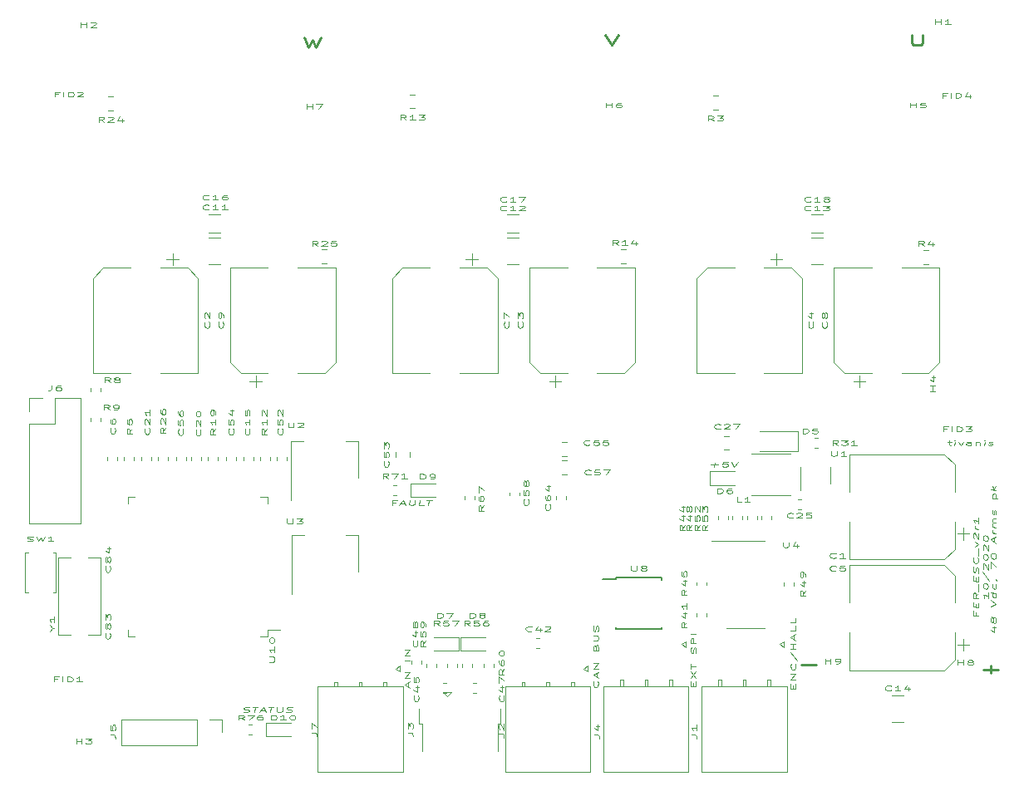
<source format=gbr>
G04 #@! TF.GenerationSoftware,KiCad,Pcbnew,(5.1.4)-1*
G04 #@! TF.CreationDate,2020-11-02T02:16:24+01:00*
G04 #@! TF.ProjectId,FER_ESC_v2r1,4645525f-4553-4435-9f76-3272312e6b69,rev?*
G04 #@! TF.SameCoordinates,Original*
G04 #@! TF.FileFunction,Legend,Top*
G04 #@! TF.FilePolarity,Positive*
%FSLAX46Y46*%
G04 Gerber Fmt 4.6, Leading zero omitted, Abs format (unit mm)*
G04 Created by KiCad (PCBNEW (5.1.4)-1) date 2020-11-02 02:16:24*
%MOMM*%
%LPD*%
G04 APERTURE LIST*
%ADD10C,0.125000*%
%ADD11C,0.250000*%
%ADD12C,0.120000*%
%ADD13C,0.150000*%
G04 APERTURE END LIST*
D10*
X123472730Y-131902380D02*
X123612611Y-131926190D01*
X123850706Y-131926190D01*
X123948921Y-131902380D01*
X123999516Y-131878571D01*
X124053087Y-131830952D01*
X124059040Y-131783333D01*
X124017373Y-131735714D01*
X123972730Y-131711904D01*
X123880468Y-131688095D01*
X123692968Y-131664285D01*
X123600706Y-131640476D01*
X123556063Y-131616666D01*
X123514397Y-131569047D01*
X123520349Y-131521428D01*
X123573921Y-131473809D01*
X123624516Y-131450000D01*
X123722730Y-131426190D01*
X123960825Y-131426190D01*
X124100706Y-131450000D01*
X124389397Y-131426190D02*
X124960825Y-131426190D01*
X124612611Y-131926190D02*
X124675111Y-131426190D01*
X125201897Y-131783333D02*
X125678087Y-131783333D01*
X125088802Y-131926190D02*
X125484635Y-131426190D01*
X125755468Y-131926190D01*
X126008444Y-131426190D02*
X126579873Y-131426190D01*
X126231659Y-131926190D02*
X126294159Y-131426190D01*
X126913206Y-131426190D02*
X126862611Y-131830952D01*
X126904278Y-131878571D01*
X126948921Y-131902380D01*
X127041183Y-131926190D01*
X127231659Y-131926190D01*
X127329873Y-131902380D01*
X127380468Y-131878571D01*
X127434040Y-131830952D01*
X127484635Y-131426190D01*
X127853683Y-131902380D02*
X127993563Y-131926190D01*
X128231659Y-131926190D01*
X128329873Y-131902380D01*
X128380468Y-131878571D01*
X128434040Y-131830952D01*
X128439992Y-131783333D01*
X128398325Y-131735714D01*
X128353683Y-131711904D01*
X128261421Y-131688095D01*
X128073921Y-131664285D01*
X127981659Y-131640476D01*
X127937016Y-131616666D01*
X127895349Y-131569047D01*
X127901302Y-131521428D01*
X127954873Y-131473809D01*
X128005468Y-131450000D01*
X128103683Y-131426190D01*
X128341778Y-131426190D01*
X128481659Y-131450000D01*
X199792857Y-123288578D02*
X200126190Y-123330245D01*
X199602380Y-123502864D02*
X199959523Y-123785602D01*
X199959523Y-123166555D01*
X199840476Y-122627864D02*
X199816666Y-122720126D01*
X199792857Y-122764769D01*
X199745238Y-122806436D01*
X199721428Y-122803459D01*
X199673809Y-122749888D01*
X199650000Y-122699293D01*
X199626190Y-122601078D01*
X199626190Y-122410602D01*
X199650000Y-122318340D01*
X199673809Y-122273697D01*
X199721428Y-122232031D01*
X199745238Y-122235007D01*
X199792857Y-122288578D01*
X199816666Y-122339174D01*
X199840476Y-122437388D01*
X199840476Y-122627864D01*
X199864285Y-122726078D01*
X199888095Y-122776674D01*
X199935714Y-122830245D01*
X200030952Y-122842150D01*
X200078571Y-122800483D01*
X200102380Y-122755840D01*
X200126190Y-122663578D01*
X200126190Y-122473102D01*
X200102380Y-122374888D01*
X200078571Y-122324293D01*
X200030952Y-122270721D01*
X199935714Y-122258816D01*
X199888095Y-122300483D01*
X199864285Y-122345126D01*
X199840476Y-122437388D01*
X199626190Y-121172507D02*
X200126190Y-120901674D01*
X199626190Y-120505840D01*
X200126190Y-119806436D02*
X199626190Y-119743936D01*
X200102380Y-119803459D02*
X200126190Y-119901674D01*
X200126190Y-120092150D01*
X200102380Y-120184412D01*
X200078571Y-120229055D01*
X200030952Y-120270721D01*
X199888095Y-120252864D01*
X199840476Y-120199293D01*
X199816666Y-120148697D01*
X199792857Y-120050483D01*
X199792857Y-119860007D01*
X199816666Y-119767745D01*
X200102380Y-118898697D02*
X200126190Y-118996912D01*
X200126190Y-119187388D01*
X200102380Y-119279650D01*
X200078571Y-119324293D01*
X200030952Y-119365959D01*
X199888095Y-119348102D01*
X199840476Y-119294531D01*
X199816666Y-119243936D01*
X199792857Y-119145721D01*
X199792857Y-118955245D01*
X199816666Y-118862983D01*
X200102380Y-118422507D02*
X200126190Y-118425483D01*
X200173809Y-118479055D01*
X200197619Y-118529650D01*
X199626190Y-117267745D02*
X199626190Y-116601078D01*
X200126190Y-117092150D01*
X199626190Y-116029650D02*
X199626190Y-115934412D01*
X199650000Y-115842150D01*
X199673809Y-115797507D01*
X199721428Y-115755840D01*
X199816666Y-115720126D01*
X199935714Y-115735007D01*
X200030952Y-115794531D01*
X200078571Y-115848102D01*
X200102380Y-115898697D01*
X200126190Y-115996912D01*
X200126190Y-116092150D01*
X200102380Y-116184412D01*
X200078571Y-116229055D01*
X200030952Y-116270721D01*
X199935714Y-116306436D01*
X199816666Y-116291555D01*
X199721428Y-116232031D01*
X199673809Y-116178459D01*
X199650000Y-116127864D01*
X199626190Y-116029650D01*
X199983333Y-114598102D02*
X199983333Y-114121912D01*
X200126190Y-114711197D02*
X199626190Y-114315364D01*
X200126190Y-114044531D01*
X200126190Y-113711197D02*
X199792857Y-113669531D01*
X199888095Y-113681436D02*
X199840476Y-113627864D01*
X199816666Y-113577269D01*
X199792857Y-113479055D01*
X199792857Y-113383816D01*
X200126190Y-113092150D02*
X199792857Y-113050483D01*
X199840476Y-113056436D02*
X199816666Y-113005840D01*
X199792857Y-112907626D01*
X199792857Y-112764769D01*
X199816666Y-112672507D01*
X199864285Y-112630840D01*
X200126190Y-112663578D01*
X199864285Y-112630840D02*
X199816666Y-112577269D01*
X199792857Y-112479055D01*
X199792857Y-112336197D01*
X199816666Y-112243936D01*
X199864285Y-112202269D01*
X200126190Y-112235007D01*
X200102380Y-111803459D02*
X200126190Y-111711197D01*
X200126190Y-111520721D01*
X200102380Y-111422507D01*
X200054761Y-111368936D01*
X200030952Y-111365959D01*
X199983333Y-111407626D01*
X199959523Y-111499888D01*
X199959523Y-111642745D01*
X199935714Y-111735007D01*
X199888095Y-111776674D01*
X199864285Y-111773697D01*
X199816666Y-111720126D01*
X199792857Y-111621912D01*
X199792857Y-111479055D01*
X199816666Y-111386793D01*
X199792857Y-110145721D02*
X200292857Y-110208221D01*
X199816666Y-110148697D02*
X199792857Y-110050483D01*
X199792857Y-109860007D01*
X199816666Y-109767745D01*
X199840476Y-109723102D01*
X199888095Y-109681436D01*
X200030952Y-109699293D01*
X200078571Y-109752864D01*
X200102380Y-109803459D01*
X200126190Y-109901674D01*
X200126190Y-110092150D01*
X200102380Y-110184412D01*
X200126190Y-109282626D02*
X199626190Y-109220126D01*
X199935714Y-109163578D02*
X200126190Y-108901674D01*
X199792857Y-108860007D02*
X199983333Y-109264769D01*
X199326190Y-119773102D02*
X199326190Y-120344531D01*
X199326190Y-120058816D02*
X198826190Y-119996316D01*
X198897619Y-120100483D01*
X198945238Y-120201674D01*
X198969047Y-120299888D01*
X198826190Y-119091555D02*
X198826190Y-118996316D01*
X198850000Y-118904055D01*
X198873809Y-118859412D01*
X198921428Y-118817745D01*
X199016666Y-118782031D01*
X199135714Y-118796912D01*
X199230952Y-118856436D01*
X199278571Y-118910007D01*
X199302380Y-118960602D01*
X199326190Y-119058816D01*
X199326190Y-119154055D01*
X199302380Y-119246316D01*
X199278571Y-119290959D01*
X199230952Y-119332626D01*
X199135714Y-119368340D01*
X199016666Y-119353459D01*
X198921428Y-119293936D01*
X198873809Y-119240364D01*
X198850000Y-119189769D01*
X198826190Y-119091555D01*
X198802380Y-117612388D02*
X199445238Y-118549888D01*
X198873809Y-117335602D02*
X198850000Y-117285007D01*
X198826190Y-117186793D01*
X198826190Y-116948697D01*
X198850000Y-116856436D01*
X198873809Y-116811793D01*
X198921428Y-116770126D01*
X198969047Y-116776078D01*
X199040476Y-116832626D01*
X199326190Y-117439769D01*
X199326190Y-116820721D01*
X198826190Y-116139174D02*
X198826190Y-116043936D01*
X198850000Y-115951674D01*
X198873809Y-115907031D01*
X198921428Y-115865364D01*
X199016666Y-115829650D01*
X199135714Y-115844531D01*
X199230952Y-115904055D01*
X199278571Y-115957626D01*
X199302380Y-116008221D01*
X199326190Y-116106436D01*
X199326190Y-116201674D01*
X199302380Y-116293936D01*
X199278571Y-116338578D01*
X199230952Y-116380245D01*
X199135714Y-116415959D01*
X199016666Y-116401078D01*
X198921428Y-116341555D01*
X198873809Y-116287983D01*
X198850000Y-116237388D01*
X198826190Y-116139174D01*
X198873809Y-115430840D02*
X198850000Y-115380245D01*
X198826190Y-115282031D01*
X198826190Y-115043936D01*
X198850000Y-114951674D01*
X198873809Y-114907031D01*
X198921428Y-114865364D01*
X198969047Y-114871316D01*
X199040476Y-114927864D01*
X199326190Y-115535007D01*
X199326190Y-114915959D01*
X198826190Y-114234412D02*
X198826190Y-114139174D01*
X198850000Y-114046912D01*
X198873809Y-114002269D01*
X198921428Y-113960602D01*
X199016666Y-113924888D01*
X199135714Y-113939769D01*
X199230952Y-113999293D01*
X199278571Y-114052864D01*
X199302380Y-114103459D01*
X199326190Y-114201674D01*
X199326190Y-114296912D01*
X199302380Y-114389174D01*
X199278571Y-114433816D01*
X199230952Y-114475483D01*
X199135714Y-114511197D01*
X199016666Y-114496316D01*
X198921428Y-114436793D01*
X198873809Y-114383221D01*
X198850000Y-114332626D01*
X198826190Y-114234412D01*
X195230468Y-104392857D02*
X195611421Y-104392857D01*
X195394159Y-104226190D02*
X195340587Y-104654761D01*
X195382254Y-104702380D01*
X195474516Y-104726190D01*
X195569754Y-104726190D01*
X195903087Y-104726190D02*
X195944754Y-104392857D01*
X195965587Y-104226190D02*
X195914992Y-104250000D01*
X195959635Y-104273809D01*
X196010230Y-104250000D01*
X195965587Y-104226190D01*
X195959635Y-104273809D01*
X196325706Y-104392857D02*
X196522135Y-104726190D01*
X196801897Y-104392857D01*
X197569754Y-104726190D02*
X197602492Y-104464285D01*
X197560825Y-104416666D01*
X197468563Y-104392857D01*
X197278087Y-104392857D01*
X197179873Y-104416666D01*
X197572730Y-104702380D02*
X197474516Y-104726190D01*
X197236421Y-104726190D01*
X197144159Y-104702380D01*
X197102492Y-104654761D01*
X197108444Y-104607142D01*
X197162016Y-104559523D01*
X197260230Y-104535714D01*
X197498325Y-104535714D01*
X197596540Y-104511904D01*
X198087611Y-104392857D02*
X198045944Y-104726190D01*
X198081659Y-104440476D02*
X198132254Y-104416666D01*
X198230468Y-104392857D01*
X198373325Y-104392857D01*
X198465587Y-104416666D01*
X198507254Y-104464285D01*
X198474516Y-104726190D01*
X198950706Y-104726190D02*
X198992373Y-104392857D01*
X199013206Y-104226190D02*
X198962611Y-104250000D01*
X199007254Y-104273809D01*
X199057849Y-104250000D01*
X199013206Y-104226190D01*
X199007254Y-104273809D01*
X199382254Y-104702380D02*
X199474516Y-104726190D01*
X199664992Y-104726190D01*
X199763206Y-104702380D01*
X199816778Y-104654761D01*
X199819754Y-104630952D01*
X199778087Y-104583333D01*
X199685825Y-104559523D01*
X199542968Y-104559523D01*
X199450706Y-104535714D01*
X199409040Y-104488095D01*
X199412016Y-104464285D01*
X199465587Y-104416666D01*
X199563802Y-104392857D01*
X199706659Y-104392857D01*
X199798921Y-104416666D01*
X171084040Y-106735714D02*
X171845944Y-106735714D01*
X171441183Y-106926190D02*
X171488802Y-106545238D01*
X172837016Y-106426190D02*
X172360825Y-106426190D01*
X172283444Y-106664285D01*
X172334040Y-106640476D01*
X172432254Y-106616666D01*
X172670349Y-106616666D01*
X172762611Y-106640476D01*
X172807254Y-106664285D01*
X172848921Y-106711904D01*
X172834040Y-106830952D01*
X172780468Y-106878571D01*
X172729873Y-106902380D01*
X172631659Y-106926190D01*
X172393563Y-106926190D01*
X172301302Y-106902380D01*
X172256659Y-106878571D01*
X173170349Y-106426190D02*
X173441183Y-106926190D01*
X173837016Y-106426190D01*
D11*
X180338095Y-127071428D02*
X181861904Y-127071428D01*
X198838095Y-127571428D02*
X200361904Y-127571428D01*
X199600000Y-127952380D02*
X199600000Y-127190476D01*
X191528571Y-62952380D02*
X191528571Y-63761904D01*
X191623809Y-63857142D01*
X191719047Y-63904761D01*
X191909523Y-63952380D01*
X192290476Y-63952380D01*
X192480952Y-63904761D01*
X192576190Y-63857142D01*
X192671428Y-63761904D01*
X192671428Y-62952380D01*
X160333333Y-62952380D02*
X161000000Y-63952380D01*
X161666666Y-62952380D01*
X129642857Y-63152380D02*
X130119047Y-64152380D01*
X130500000Y-63438095D01*
X130880952Y-64152380D01*
X131357142Y-63152380D01*
D10*
X159578571Y-128773809D02*
X159602380Y-128821428D01*
X159626190Y-128964285D01*
X159626190Y-129059523D01*
X159602380Y-129202380D01*
X159554761Y-129297619D01*
X159507142Y-129345238D01*
X159411904Y-129392857D01*
X159340476Y-129392857D01*
X159245238Y-129345238D01*
X159197619Y-129297619D01*
X159150000Y-129202380D01*
X159126190Y-129059523D01*
X159126190Y-128964285D01*
X159150000Y-128821428D01*
X159173809Y-128773809D01*
X159483333Y-128392857D02*
X159483333Y-127916666D01*
X159626190Y-128488095D02*
X159126190Y-128154761D01*
X159626190Y-127821428D01*
X159626190Y-127488095D02*
X159126190Y-127488095D01*
X159626190Y-126916666D01*
X159126190Y-126916666D01*
X159364285Y-125345238D02*
X159388095Y-125202380D01*
X159411904Y-125154761D01*
X159459523Y-125107142D01*
X159530952Y-125107142D01*
X159578571Y-125154761D01*
X159602380Y-125202380D01*
X159626190Y-125297619D01*
X159626190Y-125678571D01*
X159126190Y-125678571D01*
X159126190Y-125345238D01*
X159150000Y-125250000D01*
X159173809Y-125202380D01*
X159221428Y-125154761D01*
X159269047Y-125154761D01*
X159316666Y-125202380D01*
X159340476Y-125250000D01*
X159364285Y-125345238D01*
X159364285Y-125678571D01*
X159126190Y-124678571D02*
X159530952Y-124678571D01*
X159578571Y-124630952D01*
X159602380Y-124583333D01*
X159626190Y-124488095D01*
X159626190Y-124297619D01*
X159602380Y-124202380D01*
X159578571Y-124154761D01*
X159530952Y-124107142D01*
X159126190Y-124107142D01*
X159602380Y-123678571D02*
X159626190Y-123535714D01*
X159626190Y-123297619D01*
X159602380Y-123202380D01*
X159578571Y-123154761D01*
X159530952Y-123107142D01*
X159483333Y-123107142D01*
X159435714Y-123154761D01*
X159411904Y-123202380D01*
X159388095Y-123297619D01*
X159364285Y-123488095D01*
X159340476Y-123583333D01*
X159316666Y-123630952D01*
X159269047Y-123678571D01*
X159221428Y-123678571D01*
X159173809Y-123630952D01*
X159150000Y-123583333D01*
X159126190Y-123488095D01*
X159126190Y-123250000D01*
X159150000Y-123107142D01*
X140283333Y-129354761D02*
X140283333Y-128878571D01*
X140426190Y-129450000D02*
X139926190Y-129116666D01*
X140426190Y-128783333D01*
X140426190Y-128450000D02*
X139926190Y-128450000D01*
X140426190Y-127878571D01*
X139926190Y-127878571D01*
X140426190Y-126640476D02*
X139926190Y-126640476D01*
X140426190Y-126164285D02*
X139926190Y-126164285D01*
X140426190Y-125592857D01*
X139926190Y-125592857D01*
X138983444Y-110564285D02*
X138650111Y-110564285D01*
X138617373Y-110826190D02*
X138679873Y-110326190D01*
X139156063Y-110326190D01*
X139444754Y-110683333D02*
X139920944Y-110683333D01*
X139331659Y-110826190D02*
X139727492Y-110326190D01*
X139998325Y-110826190D01*
X140394159Y-110326190D02*
X140343563Y-110730952D01*
X140385230Y-110778571D01*
X140429873Y-110802380D01*
X140522135Y-110826190D01*
X140712611Y-110826190D01*
X140810825Y-110802380D01*
X140861421Y-110778571D01*
X140914992Y-110730952D01*
X140965587Y-110326190D01*
X141855468Y-110826190D02*
X141379278Y-110826190D01*
X141441778Y-110326190D01*
X142108444Y-110326190D02*
X142679873Y-110326190D01*
X142331659Y-110826190D02*
X142394159Y-110326190D01*
X169314285Y-129266666D02*
X169314285Y-128933333D01*
X169576190Y-128790476D02*
X169576190Y-129266666D01*
X169076190Y-129266666D01*
X169076190Y-128790476D01*
X169076190Y-128457142D02*
X169576190Y-127790476D01*
X169076190Y-127790476D02*
X169576190Y-128457142D01*
X169076190Y-127552380D02*
X169076190Y-126980952D01*
X169576190Y-127266666D02*
X169076190Y-127266666D01*
X169552380Y-125933333D02*
X169576190Y-125790476D01*
X169576190Y-125552380D01*
X169552380Y-125457142D01*
X169528571Y-125409523D01*
X169480952Y-125361904D01*
X169433333Y-125361904D01*
X169385714Y-125409523D01*
X169361904Y-125457142D01*
X169338095Y-125552380D01*
X169314285Y-125742857D01*
X169290476Y-125838095D01*
X169266666Y-125885714D01*
X169219047Y-125933333D01*
X169171428Y-125933333D01*
X169123809Y-125885714D01*
X169100000Y-125838095D01*
X169076190Y-125742857D01*
X169076190Y-125504761D01*
X169100000Y-125361904D01*
X169576190Y-124933333D02*
X169076190Y-124933333D01*
X169076190Y-124552380D01*
X169100000Y-124457142D01*
X169123809Y-124409523D01*
X169171428Y-124361904D01*
X169242857Y-124361904D01*
X169290476Y-124409523D01*
X169314285Y-124457142D01*
X169338095Y-124552380D01*
X169338095Y-124933333D01*
X169576190Y-123933333D02*
X169076190Y-123933333D01*
X179464285Y-129523809D02*
X179464285Y-129190476D01*
X179726190Y-129047619D02*
X179726190Y-129523809D01*
X179226190Y-129523809D01*
X179226190Y-129047619D01*
X179726190Y-128619047D02*
X179226190Y-128619047D01*
X179726190Y-128047619D01*
X179226190Y-128047619D01*
X179678571Y-127000000D02*
X179702380Y-127047619D01*
X179726190Y-127190476D01*
X179726190Y-127285714D01*
X179702380Y-127428571D01*
X179654761Y-127523809D01*
X179607142Y-127571428D01*
X179511904Y-127619047D01*
X179440476Y-127619047D01*
X179345238Y-127571428D01*
X179297619Y-127523809D01*
X179250000Y-127428571D01*
X179226190Y-127285714D01*
X179226190Y-127190476D01*
X179250000Y-127047619D01*
X179273809Y-127000000D01*
X179202380Y-125857142D02*
X179845238Y-126714285D01*
X179726190Y-125523809D02*
X179226190Y-125523809D01*
X179464285Y-125523809D02*
X179464285Y-124952380D01*
X179726190Y-124952380D02*
X179226190Y-124952380D01*
X179583333Y-124523809D02*
X179583333Y-124047619D01*
X179726190Y-124619047D02*
X179226190Y-124285714D01*
X179726190Y-123952380D01*
X179726190Y-123142857D02*
X179726190Y-123619047D01*
X179226190Y-123619047D01*
X179726190Y-122333333D02*
X179726190Y-122809523D01*
X179226190Y-122809523D01*
X198064285Y-121764174D02*
X198064285Y-122097507D01*
X198326190Y-122130245D02*
X197826190Y-122067745D01*
X197826190Y-121591555D01*
X198064285Y-121240364D02*
X198064285Y-120907031D01*
X198326190Y-120796912D02*
X198326190Y-121273102D01*
X197826190Y-121210602D01*
X197826190Y-120734412D01*
X198326190Y-119796912D02*
X198088095Y-120100483D01*
X198326190Y-120368340D02*
X197826190Y-120305840D01*
X197826190Y-119924888D01*
X197850000Y-119832626D01*
X197873809Y-119787983D01*
X197921428Y-119746316D01*
X197992857Y-119755245D01*
X198040476Y-119808816D01*
X198064285Y-119859412D01*
X198088095Y-119957626D01*
X198088095Y-120338578D01*
X198373809Y-119612388D02*
X198373809Y-118850483D01*
X198064285Y-118573697D02*
X198064285Y-118240364D01*
X198326190Y-118130245D02*
X198326190Y-118606436D01*
X197826190Y-118543936D01*
X197826190Y-118067745D01*
X198302380Y-117746316D02*
X198326190Y-117606436D01*
X198326190Y-117368340D01*
X198302380Y-117270126D01*
X198278571Y-117219531D01*
X198230952Y-117165959D01*
X198183333Y-117160007D01*
X198135714Y-117201674D01*
X198111904Y-117246316D01*
X198088095Y-117338578D01*
X198064285Y-117526078D01*
X198040476Y-117618340D01*
X198016666Y-117662983D01*
X197969047Y-117704650D01*
X197921428Y-117698697D01*
X197873809Y-117645126D01*
X197850000Y-117594531D01*
X197826190Y-117496316D01*
X197826190Y-117258221D01*
X197850000Y-117118340D01*
X198278571Y-116171912D02*
X198302380Y-116222507D01*
X198326190Y-116368340D01*
X198326190Y-116463578D01*
X198302380Y-116603459D01*
X198254761Y-116692745D01*
X198207142Y-116734412D01*
X198111904Y-116770126D01*
X198040476Y-116761197D01*
X197945238Y-116701674D01*
X197897619Y-116648102D01*
X197850000Y-116546912D01*
X197826190Y-116401078D01*
X197826190Y-116305840D01*
X197850000Y-116165959D01*
X197873809Y-116121316D01*
X198373809Y-115993340D02*
X198373809Y-115231436D01*
X197992857Y-115040959D02*
X198326190Y-114844531D01*
X197992857Y-114564769D01*
X197873809Y-114216555D02*
X197850000Y-114165959D01*
X197826190Y-114067745D01*
X197826190Y-113829650D01*
X197850000Y-113737388D01*
X197873809Y-113692745D01*
X197921428Y-113651078D01*
X197969047Y-113657031D01*
X198040476Y-113713578D01*
X198326190Y-114320721D01*
X198326190Y-113701674D01*
X198326190Y-113273102D02*
X197992857Y-113231436D01*
X198088095Y-113243340D02*
X198040476Y-113189769D01*
X198016666Y-113139174D01*
X197992857Y-113040959D01*
X197992857Y-112945721D01*
X198326190Y-112130245D02*
X198326190Y-112701674D01*
X198326190Y-112415959D02*
X197826190Y-112353459D01*
X197897619Y-112457626D01*
X197945238Y-112558816D01*
X197969047Y-112657031D01*
D12*
X128340000Y-110300000D02*
X128340000Y-104290000D01*
X135160000Y-108050000D02*
X135160000Y-104290000D01*
X128340000Y-104290000D02*
X129600000Y-104290000D01*
X135160000Y-104290000D02*
X133900000Y-104290000D01*
X124037221Y-134210000D02*
X124362779Y-134210000D01*
X124037221Y-133190000D02*
X124362779Y-133190000D01*
X125815000Y-134385000D02*
X128300000Y-134385000D01*
X125815000Y-133015000D02*
X125815000Y-134385000D01*
X128300000Y-133015000D02*
X125815000Y-133015000D01*
X125910000Y-123510000D02*
X127200000Y-123510000D01*
X111690000Y-109990000D02*
X111690000Y-110690000D01*
X112390000Y-109990000D02*
X111690000Y-109990000D01*
X125910000Y-109990000D02*
X125910000Y-110690000D01*
X125210000Y-109990000D02*
X125910000Y-109990000D01*
X111690000Y-124210000D02*
X111690000Y-123510000D01*
X112390000Y-124210000D02*
X111690000Y-124210000D01*
X125910000Y-124210000D02*
X125910000Y-123510000D01*
X125210000Y-124210000D02*
X125910000Y-124210000D01*
X119897936Y-83060000D02*
X121102064Y-83060000D01*
X119897936Y-81240000D02*
X121102064Y-81240000D01*
X196825000Y-114385000D02*
X196825000Y-113135000D01*
X197450000Y-113760000D02*
X196200000Y-113760000D01*
X195960000Y-106704437D02*
X194895563Y-105640000D01*
X195960000Y-115295563D02*
X194895563Y-116360000D01*
X195960000Y-115295563D02*
X195960000Y-112510000D01*
X195960000Y-106704437D02*
X195960000Y-109490000D01*
X194895563Y-105640000D02*
X185240000Y-105640000D01*
X194895563Y-116360000D02*
X185240000Y-116360000D01*
X185240000Y-116360000D02*
X185240000Y-112510000D01*
X185240000Y-105640000D02*
X185240000Y-109490000D01*
X121330000Y-132670000D02*
X121330000Y-134000000D01*
X120000000Y-132670000D02*
X121330000Y-132670000D01*
X118730000Y-132670000D02*
X118730000Y-135330000D01*
X118730000Y-135330000D02*
X111050000Y-135330000D01*
X118730000Y-132670000D02*
X111050000Y-132670000D01*
X111050000Y-132670000D02*
X111050000Y-135330000D01*
X122760000Y-106262779D02*
X122760000Y-105937221D01*
X121740000Y-106262779D02*
X121740000Y-105937221D01*
X139434264Y-127200000D02*
X139010000Y-127500000D01*
X139434264Y-127800000D02*
X139434264Y-127200000D01*
X139010000Y-127500000D02*
X139434264Y-127800000D01*
X132750000Y-128860000D02*
X132750000Y-129310000D01*
X133050000Y-128860000D02*
X132750000Y-128860000D01*
X133050000Y-129310000D02*
X133050000Y-128860000D01*
X132750000Y-129310000D02*
X133050000Y-129310000D01*
X135250000Y-128860000D02*
X135250000Y-129310000D01*
X135550000Y-128860000D02*
X135250000Y-128860000D01*
X135550000Y-129310000D02*
X135550000Y-128860000D01*
X135250000Y-129310000D02*
X135550000Y-129310000D01*
X137750000Y-128860000D02*
X137750000Y-129310000D01*
X138050000Y-128860000D02*
X137750000Y-128860000D01*
X138050000Y-129310000D02*
X138050000Y-128860000D01*
X137750000Y-129310000D02*
X138050000Y-129310000D01*
X139730000Y-137990000D02*
X139730000Y-129310000D01*
X131070000Y-137990000D02*
X139730000Y-137990000D01*
X131070000Y-129310000D02*
X131070000Y-137990000D01*
X139730000Y-129310000D02*
X131070000Y-129310000D01*
X156458578Y-104390000D02*
X155941422Y-104390000D01*
X156458578Y-105810000D02*
X155941422Y-105810000D01*
X101230000Y-115630000D02*
X101530000Y-115630000D01*
X104370000Y-119770000D02*
X104070000Y-119770000D01*
X101530000Y-119770000D02*
X101230000Y-119770000D01*
X104370000Y-115630000D02*
X104370000Y-119770000D01*
X104070000Y-115630000D02*
X104370000Y-115630000D01*
X101230000Y-119770000D02*
X101230000Y-115630000D01*
X153337221Y-125410000D02*
X153662779Y-125410000D01*
X153337221Y-124390000D02*
X153662779Y-124390000D01*
X128390000Y-119900000D02*
X128390000Y-113890000D01*
X135210000Y-117650000D02*
X135210000Y-113890000D01*
X128390000Y-113890000D02*
X129650000Y-113890000D01*
X135210000Y-113890000D02*
X133950000Y-113890000D01*
X174600000Y-114465000D02*
X171150000Y-114465000D01*
X174600000Y-114465000D02*
X176550000Y-114465000D01*
X174600000Y-123335000D02*
X172650000Y-123335000D01*
X174600000Y-123335000D02*
X176550000Y-123335000D01*
X178534264Y-124700000D02*
X178110000Y-125000000D01*
X178534264Y-125300000D02*
X178534264Y-124700000D01*
X178110000Y-125000000D02*
X178534264Y-125300000D01*
X171850000Y-128610000D02*
X171850000Y-129310000D01*
X172150000Y-128610000D02*
X171850000Y-128610000D01*
X172150000Y-129310000D02*
X172150000Y-128610000D01*
X171850000Y-129310000D02*
X172150000Y-129310000D01*
X174350000Y-128610000D02*
X174350000Y-129310000D01*
X174650000Y-128610000D02*
X174350000Y-128610000D01*
X174650000Y-129310000D02*
X174650000Y-128610000D01*
X174350000Y-129310000D02*
X174650000Y-129310000D01*
X176850000Y-128610000D02*
X176850000Y-129310000D01*
X177150000Y-128610000D02*
X176850000Y-128610000D01*
X177150000Y-129310000D02*
X177150000Y-128610000D01*
X176850000Y-129310000D02*
X177150000Y-129310000D01*
X178830000Y-137990000D02*
X178830000Y-129310000D01*
X170170000Y-137990000D02*
X178830000Y-137990000D01*
X170170000Y-129310000D02*
X170170000Y-137990000D01*
X178830000Y-129310000D02*
X170170000Y-129310000D01*
X158534264Y-127200000D02*
X158110000Y-127500000D01*
X158534264Y-127800000D02*
X158534264Y-127200000D01*
X158110000Y-127500000D02*
X158534264Y-127800000D01*
X151850000Y-128860000D02*
X151850000Y-129310000D01*
X152150000Y-128860000D02*
X151850000Y-128860000D01*
X152150000Y-129310000D02*
X152150000Y-128860000D01*
X151850000Y-129310000D02*
X152150000Y-129310000D01*
X154350000Y-128860000D02*
X154350000Y-129310000D01*
X154650000Y-128860000D02*
X154350000Y-128860000D01*
X154650000Y-129310000D02*
X154650000Y-128860000D01*
X154350000Y-129310000D02*
X154650000Y-129310000D01*
X156850000Y-128860000D02*
X156850000Y-129310000D01*
X157150000Y-128860000D02*
X156850000Y-128860000D01*
X157150000Y-129310000D02*
X157150000Y-128860000D01*
X156850000Y-129310000D02*
X157150000Y-129310000D01*
X158830000Y-137990000D02*
X158830000Y-129310000D01*
X150170000Y-137990000D02*
X158830000Y-137990000D01*
X150170000Y-129310000D02*
X150170000Y-137990000D01*
X158830000Y-129310000D02*
X150170000Y-129310000D01*
X196825000Y-125685000D02*
X196825000Y-124435000D01*
X197450000Y-125060000D02*
X196200000Y-125060000D01*
X195960000Y-118004437D02*
X194895563Y-116940000D01*
X195960000Y-126595563D02*
X194895563Y-127660000D01*
X195960000Y-126595563D02*
X195960000Y-123810000D01*
X195960000Y-118004437D02*
X195960000Y-120790000D01*
X194895563Y-116940000D02*
X185240000Y-116940000D01*
X194895563Y-127660000D02*
X185240000Y-127660000D01*
X185240000Y-127660000D02*
X185240000Y-123810000D01*
X185240000Y-116940000D02*
X185240000Y-120790000D01*
X178385000Y-85775000D02*
X177135000Y-85775000D01*
X177760000Y-85150000D02*
X177760000Y-86400000D01*
X170704437Y-86640000D02*
X169640000Y-87704437D01*
X179295563Y-86640000D02*
X180360000Y-87704437D01*
X179295563Y-86640000D02*
X176510000Y-86640000D01*
X170704437Y-86640000D02*
X173490000Y-86640000D01*
X169640000Y-87704437D02*
X169640000Y-97360000D01*
X180360000Y-87704437D02*
X180360000Y-97360000D01*
X180360000Y-97360000D02*
X176510000Y-97360000D01*
X169640000Y-97360000D02*
X173490000Y-97360000D01*
X154615000Y-98225000D02*
X155865000Y-98225000D01*
X155240000Y-98850000D02*
X155240000Y-97600000D01*
X162295563Y-97360000D02*
X163360000Y-96295563D01*
X153704437Y-97360000D02*
X152640000Y-96295563D01*
X153704437Y-97360000D02*
X156490000Y-97360000D01*
X162295563Y-97360000D02*
X159510000Y-97360000D01*
X163360000Y-96295563D02*
X163360000Y-86640000D01*
X152640000Y-96295563D02*
X152640000Y-86640000D01*
X152640000Y-86640000D02*
X156490000Y-86640000D01*
X163360000Y-86640000D02*
X159510000Y-86640000D01*
X116885000Y-85775000D02*
X115635000Y-85775000D01*
X116260000Y-85150000D02*
X116260000Y-86400000D01*
X109204437Y-86640000D02*
X108140000Y-87704437D01*
X117795563Y-86640000D02*
X118860000Y-87704437D01*
X117795563Y-86640000D02*
X115010000Y-86640000D01*
X109204437Y-86640000D02*
X111990000Y-86640000D01*
X108140000Y-87704437D02*
X108140000Y-97360000D01*
X118860000Y-87704437D02*
X118860000Y-97360000D01*
X118860000Y-97360000D02*
X115010000Y-97360000D01*
X108140000Y-97360000D02*
X111990000Y-97360000D01*
X124115000Y-98225000D02*
X125365000Y-98225000D01*
X124740000Y-98850000D02*
X124740000Y-97600000D01*
X131795563Y-97360000D02*
X132860000Y-96295563D01*
X123204437Y-97360000D02*
X122140000Y-96295563D01*
X123204437Y-97360000D02*
X125990000Y-97360000D01*
X131795563Y-97360000D02*
X129010000Y-97360000D01*
X132860000Y-96295563D02*
X132860000Y-86640000D01*
X122140000Y-96295563D02*
X122140000Y-86640000D01*
X122140000Y-86640000D02*
X125990000Y-86640000D01*
X132860000Y-86640000D02*
X129010000Y-86640000D01*
X185615000Y-98225000D02*
X186865000Y-98225000D01*
X186240000Y-98850000D02*
X186240000Y-97600000D01*
X193295563Y-97360000D02*
X194360000Y-96295563D01*
X184704437Y-97360000D02*
X183640000Y-96295563D01*
X184704437Y-97360000D02*
X187490000Y-97360000D01*
X193295563Y-97360000D02*
X190510000Y-97360000D01*
X194360000Y-96295563D02*
X194360000Y-86640000D01*
X183640000Y-96295563D02*
X183640000Y-86640000D01*
X183640000Y-86640000D02*
X187490000Y-86640000D01*
X194360000Y-86640000D02*
X190510000Y-86640000D01*
X147385000Y-85775000D02*
X146135000Y-85775000D01*
X146760000Y-85150000D02*
X146760000Y-86400000D01*
X139704437Y-86640000D02*
X138640000Y-87704437D01*
X148295563Y-86640000D02*
X149360000Y-87704437D01*
X148295563Y-86640000D02*
X145510000Y-86640000D01*
X139704437Y-86640000D02*
X142490000Y-86640000D01*
X138640000Y-87704437D02*
X138640000Y-97360000D01*
X149360000Y-87704437D02*
X149360000Y-97360000D01*
X149360000Y-97360000D02*
X145510000Y-97360000D01*
X138640000Y-97360000D02*
X142490000Y-97360000D01*
D13*
X161425000Y-118350000D02*
X160075000Y-118350000D01*
X161425000Y-123475000D02*
X166075000Y-123475000D01*
X161425000Y-118225000D02*
X166075000Y-118225000D01*
X161425000Y-123475000D02*
X161425000Y-123250000D01*
X166075000Y-123475000D02*
X166075000Y-123250000D01*
X166075000Y-118225000D02*
X166075000Y-118450000D01*
X161425000Y-118225000D02*
X161425000Y-118350000D01*
D12*
X168534264Y-124700000D02*
X168110000Y-125000000D01*
X168534264Y-125300000D02*
X168534264Y-124700000D01*
X168110000Y-125000000D02*
X168534264Y-125300000D01*
X161850000Y-128610000D02*
X161850000Y-129310000D01*
X162150000Y-128610000D02*
X161850000Y-128610000D01*
X162150000Y-129310000D02*
X162150000Y-128610000D01*
X161850000Y-129310000D02*
X162150000Y-129310000D01*
X164350000Y-128610000D02*
X164350000Y-129310000D01*
X164650000Y-128610000D02*
X164350000Y-128610000D01*
X164650000Y-129310000D02*
X164650000Y-128610000D01*
X164350000Y-129310000D02*
X164650000Y-129310000D01*
X166850000Y-128610000D02*
X166850000Y-129310000D01*
X167150000Y-128610000D02*
X166850000Y-128610000D01*
X167150000Y-129310000D02*
X167150000Y-128610000D01*
X166850000Y-129310000D02*
X167150000Y-129310000D01*
X168830000Y-137990000D02*
X168830000Y-129310000D01*
X160170000Y-137990000D02*
X168830000Y-137990000D01*
X160170000Y-129310000D02*
X160170000Y-137990000D01*
X168830000Y-129310000D02*
X160170000Y-129310000D01*
X101670000Y-99920000D02*
X103000000Y-99920000D01*
X101670000Y-101250000D02*
X101670000Y-99920000D01*
X104270000Y-99920000D02*
X106870000Y-99920000D01*
X104270000Y-102520000D02*
X104270000Y-99920000D01*
X101670000Y-102520000D02*
X104270000Y-102520000D01*
X106870000Y-99920000D02*
X106870000Y-112740000D01*
X101670000Y-102520000D02*
X101670000Y-112740000D01*
X101670000Y-112740000D02*
X106870000Y-112740000D01*
X181962779Y-103990000D02*
X181637221Y-103990000D01*
X181962779Y-105010000D02*
X181637221Y-105010000D01*
X115810000Y-106262779D02*
X115810000Y-105937221D01*
X114790000Y-106262779D02*
X114790000Y-105937221D01*
X131441422Y-86210000D02*
X131958578Y-86210000D01*
X131441422Y-84790000D02*
X131958578Y-84790000D01*
X110208578Y-69190000D02*
X109691422Y-69190000D01*
X110208578Y-70610000D02*
X109691422Y-70610000D01*
X120910000Y-106262779D02*
X120910000Y-105937221D01*
X119890000Y-106262779D02*
X119890000Y-105937221D01*
X161903922Y-86210000D02*
X162421078Y-86210000D01*
X161903922Y-84790000D02*
X162421078Y-84790000D01*
X140946078Y-68990000D02*
X140428922Y-68990000D01*
X140946078Y-70410000D02*
X140428922Y-70410000D01*
X126210000Y-106262779D02*
X126210000Y-105937221D01*
X125190000Y-106262779D02*
X125190000Y-105937221D01*
X108910000Y-102275279D02*
X108910000Y-101949721D01*
X107890000Y-102275279D02*
X107890000Y-101949721D01*
X108910000Y-99262779D02*
X108910000Y-98937221D01*
X107890000Y-99262779D02*
X107890000Y-98937221D01*
X112310000Y-106262779D02*
X112310000Y-105937221D01*
X111290000Y-106262779D02*
X111290000Y-105937221D01*
X192741422Y-86260000D02*
X193258578Y-86260000D01*
X192741422Y-84840000D02*
X193258578Y-84840000D01*
X171808578Y-69090000D02*
X171291422Y-69090000D01*
X171808578Y-70510000D02*
X171291422Y-70510000D01*
X179200000Y-109800000D02*
X175200000Y-109800000D01*
X179200000Y-105600000D02*
X175200000Y-105600000D01*
X145615000Y-125685000D02*
X148100000Y-125685000D01*
X145615000Y-124315000D02*
X145615000Y-125685000D01*
X148100000Y-124315000D02*
X145615000Y-124315000D01*
X145385000Y-124315000D02*
X142900000Y-124315000D01*
X145385000Y-125685000D02*
X145385000Y-124315000D01*
X142900000Y-125685000D02*
X145385000Y-125685000D01*
X140527500Y-109985000D02*
X143012500Y-109985000D01*
X140527500Y-108615000D02*
X140527500Y-109985000D01*
X143012500Y-108615000D02*
X140527500Y-108615000D01*
X171015000Y-108785000D02*
X173500000Y-108785000D01*
X171015000Y-107415000D02*
X171015000Y-108785000D01*
X173500000Y-107415000D02*
X171015000Y-107415000D01*
X104630000Y-124020000D02*
X105900000Y-124020000D01*
X104630000Y-116180000D02*
X105900000Y-116180000D01*
X104630000Y-116180000D02*
X104630000Y-124020000D01*
X108970000Y-124020000D02*
X107700000Y-124020000D01*
X108970000Y-116180000D02*
X107700000Y-116180000D01*
X108970000Y-116180000D02*
X108970000Y-124020000D01*
X180190000Y-106920000D02*
X180190000Y-109350000D01*
X183260000Y-108680000D02*
X183260000Y-106920000D01*
X147990000Y-127037221D02*
X147990000Y-127362779D01*
X149010000Y-127037221D02*
X149010000Y-127362779D01*
X142090000Y-127037221D02*
X142090000Y-127362779D01*
X143110000Y-127037221D02*
X143110000Y-127362779D01*
X144240000Y-127037221D02*
X144240000Y-127362779D01*
X145260000Y-127037221D02*
X145260000Y-127362779D01*
X145740000Y-127037221D02*
X145740000Y-127362779D01*
X146760000Y-127037221D02*
X146760000Y-127362779D01*
X138737221Y-109810000D02*
X139062779Y-109810000D01*
X138737221Y-108790000D02*
X139062779Y-108790000D01*
X176240000Y-111937221D02*
X176240000Y-112262779D01*
X177260000Y-111937221D02*
X177260000Y-112262779D01*
X174760000Y-111937221D02*
X174760000Y-112262779D01*
X175780000Y-111937221D02*
X175780000Y-112262779D01*
X178540000Y-118737221D02*
X178540000Y-119062779D01*
X179560000Y-118737221D02*
X179560000Y-119062779D01*
X173290000Y-111937221D02*
X173290000Y-112262779D01*
X174310000Y-111937221D02*
X174310000Y-112262779D01*
X169640000Y-118687221D02*
X169640000Y-119012779D01*
X170660000Y-118687221D02*
X170660000Y-119012779D01*
X171830000Y-111937221D02*
X171830000Y-112262779D01*
X172850000Y-111937221D02*
X172850000Y-112262779D01*
X169640000Y-121837221D02*
X169640000Y-122162779D01*
X170660000Y-121837221D02*
X170660000Y-122162779D01*
X145990000Y-109937221D02*
X145990000Y-110262779D01*
X147010000Y-109937221D02*
X147010000Y-110262779D01*
X144225000Y-130335000D02*
X143825000Y-129885000D01*
X143825000Y-129885000D02*
X144625000Y-129885000D01*
X144625000Y-129885000D02*
X144225000Y-130335000D01*
X149375000Y-135935000D02*
X149375000Y-133135000D01*
X149375000Y-133135000D02*
X149675000Y-133135000D01*
X149675000Y-133135000D02*
X149675000Y-131585000D01*
X141675000Y-135935000D02*
X141675000Y-133135000D01*
X141375000Y-133135000D02*
X141675000Y-133135000D01*
X141375000Y-133135000D02*
X141375000Y-131585000D01*
X179950000Y-105300000D02*
X176050000Y-105300000D01*
X179950000Y-103300000D02*
X176050000Y-103300000D01*
X179950000Y-105300000D02*
X179950000Y-103300000D01*
X141610000Y-127012779D02*
X141610000Y-126687221D01*
X140590000Y-127012779D02*
X140590000Y-126687221D01*
X146837221Y-129960000D02*
X147162779Y-129960000D01*
X146837221Y-128940000D02*
X147162779Y-128940000D01*
X144162779Y-128940000D02*
X143837221Y-128940000D01*
X144162779Y-129960000D02*
X143837221Y-129960000D01*
X172441422Y-105210000D02*
X172958578Y-105210000D01*
X172441422Y-103790000D02*
X172958578Y-103790000D01*
X180262779Y-110290000D02*
X179937221Y-110290000D01*
X180262779Y-111310000D02*
X179937221Y-111310000D01*
X155290000Y-109937221D02*
X155290000Y-110262779D01*
X156310000Y-109937221D02*
X156310000Y-110262779D01*
X151610000Y-109862779D02*
X151610000Y-109537221D01*
X150590000Y-109862779D02*
X150590000Y-109537221D01*
X156458578Y-106290000D02*
X155941422Y-106290000D01*
X156458578Y-107710000D02*
X155941422Y-107710000D01*
X117660000Y-106262779D02*
X117660000Y-105937221D01*
X116640000Y-106262779D02*
X116640000Y-105937221D01*
X140410000Y-105958578D02*
X140410000Y-105441422D01*
X138990000Y-105958578D02*
X138990000Y-105441422D01*
X127860000Y-106262779D02*
X127860000Y-105937221D01*
X126840000Y-106262779D02*
X126840000Y-105937221D01*
X114110000Y-106262779D02*
X114110000Y-105937221D01*
X113090000Y-106262779D02*
X113090000Y-105937221D01*
X119210000Y-106262779D02*
X119210000Y-105937221D01*
X118190000Y-106262779D02*
X118190000Y-105937221D01*
X181297936Y-83060000D02*
X182502064Y-83060000D01*
X181297936Y-81240000D02*
X182502064Y-81240000D01*
X150297936Y-83060000D02*
X151502064Y-83060000D01*
X150297936Y-81240000D02*
X151502064Y-81240000D01*
X124510000Y-106262779D02*
X124510000Y-105937221D01*
X123490000Y-106262779D02*
X123490000Y-105937221D01*
X190702064Y-130240000D02*
X189497936Y-130240000D01*
X190702064Y-132960000D02*
X189497936Y-132960000D01*
X181297936Y-86260000D02*
X182502064Y-86260000D01*
X181297936Y-83540000D02*
X182502064Y-83540000D01*
X150297936Y-86260000D02*
X151502064Y-86260000D01*
X150297936Y-83540000D02*
X151502064Y-83540000D01*
X119897936Y-86260000D02*
X121102064Y-86260000D01*
X119897936Y-83540000D02*
X121102064Y-83540000D01*
X110610000Y-106262779D02*
X110610000Y-105937221D01*
X109590000Y-106262779D02*
X109590000Y-105937221D01*
D10*
X128038095Y-102426190D02*
X128038095Y-102830952D01*
X128085714Y-102878571D01*
X128133333Y-102902380D01*
X128228571Y-102926190D01*
X128419047Y-102926190D01*
X128514285Y-102902380D01*
X128561904Y-102878571D01*
X128609523Y-102830952D01*
X128609523Y-102426190D01*
X129038095Y-102473809D02*
X129085714Y-102450000D01*
X129180952Y-102426190D01*
X129419047Y-102426190D01*
X129514285Y-102450000D01*
X129561904Y-102473809D01*
X129609523Y-102521428D01*
X129609523Y-102569047D01*
X129561904Y-102640476D01*
X128990476Y-102926190D01*
X129609523Y-102926190D01*
X123557142Y-132726190D02*
X123223809Y-132488095D01*
X122985714Y-132726190D02*
X122985714Y-132226190D01*
X123366666Y-132226190D01*
X123461904Y-132250000D01*
X123509523Y-132273809D01*
X123557142Y-132321428D01*
X123557142Y-132392857D01*
X123509523Y-132440476D01*
X123461904Y-132464285D01*
X123366666Y-132488095D01*
X122985714Y-132488095D01*
X123890476Y-132226190D02*
X124557142Y-132226190D01*
X124128571Y-132726190D01*
X125366666Y-132226190D02*
X125176190Y-132226190D01*
X125080952Y-132250000D01*
X125033333Y-132273809D01*
X124938095Y-132345238D01*
X124890476Y-132440476D01*
X124890476Y-132630952D01*
X124938095Y-132678571D01*
X124985714Y-132702380D01*
X125080952Y-132726190D01*
X125271428Y-132726190D01*
X125366666Y-132702380D01*
X125414285Y-132678571D01*
X125461904Y-132630952D01*
X125461904Y-132511904D01*
X125414285Y-132464285D01*
X125366666Y-132440476D01*
X125271428Y-132416666D01*
X125080952Y-132416666D01*
X124985714Y-132440476D01*
X124938095Y-132464285D01*
X124890476Y-132511904D01*
X126285714Y-132726190D02*
X126285714Y-132226190D01*
X126523809Y-132226190D01*
X126666666Y-132250000D01*
X126761904Y-132297619D01*
X126809523Y-132345238D01*
X126857142Y-132440476D01*
X126857142Y-132511904D01*
X126809523Y-132607142D01*
X126761904Y-132654761D01*
X126666666Y-132702380D01*
X126523809Y-132726190D01*
X126285714Y-132726190D01*
X127809523Y-132726190D02*
X127238095Y-132726190D01*
X127523809Y-132726190D02*
X127523809Y-132226190D01*
X127428571Y-132297619D01*
X127333333Y-132345238D01*
X127238095Y-132369047D01*
X128428571Y-132226190D02*
X128523809Y-132226190D01*
X128619047Y-132250000D01*
X128666666Y-132273809D01*
X128714285Y-132321428D01*
X128761904Y-132416666D01*
X128761904Y-132535714D01*
X128714285Y-132630952D01*
X128666666Y-132678571D01*
X128619047Y-132702380D01*
X128523809Y-132726190D01*
X128428571Y-132726190D01*
X128333333Y-132702380D01*
X128285714Y-132678571D01*
X128238095Y-132630952D01*
X128190476Y-132535714D01*
X128190476Y-132416666D01*
X128238095Y-132321428D01*
X128285714Y-132273809D01*
X128333333Y-132250000D01*
X128428571Y-132226190D01*
X126126190Y-126838095D02*
X126530952Y-126838095D01*
X126578571Y-126790476D01*
X126602380Y-126742857D01*
X126626190Y-126647619D01*
X126626190Y-126457142D01*
X126602380Y-126361904D01*
X126578571Y-126314285D01*
X126530952Y-126266666D01*
X126126190Y-126266666D01*
X126626190Y-125266666D02*
X126626190Y-125838095D01*
X126626190Y-125552380D02*
X126126190Y-125552380D01*
X126197619Y-125647619D01*
X126245238Y-125742857D01*
X126269047Y-125838095D01*
X126126190Y-124647619D02*
X126126190Y-124552380D01*
X126150000Y-124457142D01*
X126173809Y-124409523D01*
X126221428Y-124361904D01*
X126316666Y-124314285D01*
X126435714Y-124314285D01*
X126530952Y-124361904D01*
X126578571Y-124409523D01*
X126602380Y-124457142D01*
X126626190Y-124552380D01*
X126626190Y-124647619D01*
X126602380Y-124742857D01*
X126578571Y-124790476D01*
X126530952Y-124838095D01*
X126435714Y-124885714D01*
X126316666Y-124885714D01*
X126221428Y-124838095D01*
X126173809Y-124790476D01*
X126150000Y-124742857D01*
X126126190Y-124647619D01*
X119957142Y-79678571D02*
X119909523Y-79702380D01*
X119766666Y-79726190D01*
X119671428Y-79726190D01*
X119528571Y-79702380D01*
X119433333Y-79654761D01*
X119385714Y-79607142D01*
X119338095Y-79511904D01*
X119338095Y-79440476D01*
X119385714Y-79345238D01*
X119433333Y-79297619D01*
X119528571Y-79250000D01*
X119671428Y-79226190D01*
X119766666Y-79226190D01*
X119909523Y-79250000D01*
X119957142Y-79273809D01*
X120909523Y-79726190D02*
X120338095Y-79726190D01*
X120623809Y-79726190D02*
X120623809Y-79226190D01*
X120528571Y-79297619D01*
X120433333Y-79345238D01*
X120338095Y-79369047D01*
X121766666Y-79226190D02*
X121576190Y-79226190D01*
X121480952Y-79250000D01*
X121433333Y-79273809D01*
X121338095Y-79345238D01*
X121290476Y-79440476D01*
X121290476Y-79630952D01*
X121338095Y-79678571D01*
X121385714Y-79702380D01*
X121480952Y-79726190D01*
X121671428Y-79726190D01*
X121766666Y-79702380D01*
X121814285Y-79678571D01*
X121861904Y-79630952D01*
X121861904Y-79511904D01*
X121814285Y-79464285D01*
X121766666Y-79440476D01*
X121671428Y-79416666D01*
X121480952Y-79416666D01*
X121385714Y-79440476D01*
X121338095Y-79464285D01*
X121290476Y-79511904D01*
X183833333Y-116178571D02*
X183785714Y-116202380D01*
X183642857Y-116226190D01*
X183547619Y-116226190D01*
X183404761Y-116202380D01*
X183309523Y-116154761D01*
X183261904Y-116107142D01*
X183214285Y-116011904D01*
X183214285Y-115940476D01*
X183261904Y-115845238D01*
X183309523Y-115797619D01*
X183404761Y-115750000D01*
X183547619Y-115726190D01*
X183642857Y-115726190D01*
X183785714Y-115750000D01*
X183833333Y-115773809D01*
X184785714Y-116226190D02*
X184214285Y-116226190D01*
X184500000Y-116226190D02*
X184500000Y-115726190D01*
X184404761Y-115797619D01*
X184309523Y-115845238D01*
X184214285Y-115869047D01*
X109926190Y-134233333D02*
X110283333Y-134233333D01*
X110354761Y-134280952D01*
X110402380Y-134376190D01*
X110426190Y-134519047D01*
X110426190Y-134614285D01*
X109926190Y-133280952D02*
X109926190Y-133757142D01*
X110164285Y-133804761D01*
X110140476Y-133757142D01*
X110116666Y-133661904D01*
X110116666Y-133423809D01*
X110140476Y-133328571D01*
X110164285Y-133280952D01*
X110211904Y-133233333D01*
X110330952Y-133233333D01*
X110378571Y-133280952D01*
X110402380Y-133328571D01*
X110426190Y-133423809D01*
X110426190Y-133661904D01*
X110402380Y-133757142D01*
X110378571Y-133804761D01*
X122428571Y-103042857D02*
X122452380Y-103090476D01*
X122476190Y-103233333D01*
X122476190Y-103328571D01*
X122452380Y-103471428D01*
X122404761Y-103566666D01*
X122357142Y-103614285D01*
X122261904Y-103661904D01*
X122190476Y-103661904D01*
X122095238Y-103614285D01*
X122047619Y-103566666D01*
X122000000Y-103471428D01*
X121976190Y-103328571D01*
X121976190Y-103233333D01*
X122000000Y-103090476D01*
X122023809Y-103042857D01*
X121976190Y-102138095D02*
X121976190Y-102614285D01*
X122214285Y-102661904D01*
X122190476Y-102614285D01*
X122166666Y-102519047D01*
X122166666Y-102280952D01*
X122190476Y-102185714D01*
X122214285Y-102138095D01*
X122261904Y-102090476D01*
X122380952Y-102090476D01*
X122428571Y-102138095D01*
X122452380Y-102185714D01*
X122476190Y-102280952D01*
X122476190Y-102519047D01*
X122452380Y-102614285D01*
X122428571Y-102661904D01*
X122142857Y-101233333D02*
X122476190Y-101233333D01*
X121952380Y-101471428D02*
X122309523Y-101709523D01*
X122309523Y-101090476D01*
X130426190Y-134033333D02*
X130783333Y-134033333D01*
X130854761Y-134080952D01*
X130902380Y-134176190D01*
X130926190Y-134319047D01*
X130926190Y-134414285D01*
X130426190Y-133652380D02*
X130426190Y-132985714D01*
X130926190Y-133414285D01*
X158757142Y-104678571D02*
X158709523Y-104702380D01*
X158566666Y-104726190D01*
X158471428Y-104726190D01*
X158328571Y-104702380D01*
X158233333Y-104654761D01*
X158185714Y-104607142D01*
X158138095Y-104511904D01*
X158138095Y-104440476D01*
X158185714Y-104345238D01*
X158233333Y-104297619D01*
X158328571Y-104250000D01*
X158471428Y-104226190D01*
X158566666Y-104226190D01*
X158709523Y-104250000D01*
X158757142Y-104273809D01*
X159661904Y-104226190D02*
X159185714Y-104226190D01*
X159138095Y-104464285D01*
X159185714Y-104440476D01*
X159280952Y-104416666D01*
X159519047Y-104416666D01*
X159614285Y-104440476D01*
X159661904Y-104464285D01*
X159709523Y-104511904D01*
X159709523Y-104630952D01*
X159661904Y-104678571D01*
X159614285Y-104702380D01*
X159519047Y-104726190D01*
X159280952Y-104726190D01*
X159185714Y-104702380D01*
X159138095Y-104678571D01*
X160614285Y-104226190D02*
X160138095Y-104226190D01*
X160090476Y-104464285D01*
X160138095Y-104440476D01*
X160233333Y-104416666D01*
X160471428Y-104416666D01*
X160566666Y-104440476D01*
X160614285Y-104464285D01*
X160661904Y-104511904D01*
X160661904Y-104630952D01*
X160614285Y-104678571D01*
X160566666Y-104702380D01*
X160471428Y-104726190D01*
X160233333Y-104726190D01*
X160138095Y-104702380D01*
X160090476Y-104678571D01*
X101466666Y-114502380D02*
X101609523Y-114526190D01*
X101847619Y-114526190D01*
X101942857Y-114502380D01*
X101990476Y-114478571D01*
X102038095Y-114430952D01*
X102038095Y-114383333D01*
X101990476Y-114335714D01*
X101942857Y-114311904D01*
X101847619Y-114288095D01*
X101657142Y-114264285D01*
X101561904Y-114240476D01*
X101514285Y-114216666D01*
X101466666Y-114169047D01*
X101466666Y-114121428D01*
X101514285Y-114073809D01*
X101561904Y-114050000D01*
X101657142Y-114026190D01*
X101895238Y-114026190D01*
X102038095Y-114050000D01*
X102371428Y-114026190D02*
X102609523Y-114526190D01*
X102800000Y-114169047D01*
X102990476Y-114526190D01*
X103228571Y-114026190D01*
X104133333Y-114526190D02*
X103561904Y-114526190D01*
X103847619Y-114526190D02*
X103847619Y-114026190D01*
X103752380Y-114097619D01*
X103657142Y-114145238D01*
X103561904Y-114169047D01*
X152857142Y-123648571D02*
X152809523Y-123672380D01*
X152666666Y-123696190D01*
X152571428Y-123696190D01*
X152428571Y-123672380D01*
X152333333Y-123624761D01*
X152285714Y-123577142D01*
X152238095Y-123481904D01*
X152238095Y-123410476D01*
X152285714Y-123315238D01*
X152333333Y-123267619D01*
X152428571Y-123220000D01*
X152571428Y-123196190D01*
X152666666Y-123196190D01*
X152809523Y-123220000D01*
X152857142Y-123243809D01*
X153714285Y-123362857D02*
X153714285Y-123696190D01*
X153476190Y-123172380D02*
X153238095Y-123529523D01*
X153857142Y-123529523D01*
X154190476Y-123243809D02*
X154238095Y-123220000D01*
X154333333Y-123196190D01*
X154571428Y-123196190D01*
X154666666Y-123220000D01*
X154714285Y-123243809D01*
X154761904Y-123291428D01*
X154761904Y-123339047D01*
X154714285Y-123410476D01*
X154142857Y-123696190D01*
X154761904Y-123696190D01*
X127938095Y-112226190D02*
X127938095Y-112630952D01*
X127985714Y-112678571D01*
X128033333Y-112702380D01*
X128128571Y-112726190D01*
X128319047Y-112726190D01*
X128414285Y-112702380D01*
X128461904Y-112678571D01*
X128509523Y-112630952D01*
X128509523Y-112226190D01*
X128890476Y-112226190D02*
X129509523Y-112226190D01*
X129176190Y-112416666D01*
X129319047Y-112416666D01*
X129414285Y-112440476D01*
X129461904Y-112464285D01*
X129509523Y-112511904D01*
X129509523Y-112630952D01*
X129461904Y-112678571D01*
X129414285Y-112702380D01*
X129319047Y-112726190D01*
X129033333Y-112726190D01*
X128938095Y-112702380D01*
X128890476Y-112678571D01*
X178438095Y-114626190D02*
X178438095Y-115030952D01*
X178485714Y-115078571D01*
X178533333Y-115102380D01*
X178628571Y-115126190D01*
X178819047Y-115126190D01*
X178914285Y-115102380D01*
X178961904Y-115078571D01*
X179009523Y-115030952D01*
X179009523Y-114626190D01*
X179914285Y-114792857D02*
X179914285Y-115126190D01*
X179676190Y-114602380D02*
X179438095Y-114959523D01*
X180057142Y-114959523D01*
X169126190Y-134233333D02*
X169483333Y-134233333D01*
X169554761Y-134280952D01*
X169602380Y-134376190D01*
X169626190Y-134519047D01*
X169626190Y-134614285D01*
X169626190Y-133233333D02*
X169626190Y-133804761D01*
X169626190Y-133519047D02*
X169126190Y-133519047D01*
X169197619Y-133614285D01*
X169245238Y-133709523D01*
X169269047Y-133804761D01*
X149526190Y-134133333D02*
X149883333Y-134133333D01*
X149954761Y-134180952D01*
X150002380Y-134276190D01*
X150026190Y-134419047D01*
X150026190Y-134514285D01*
X149573809Y-133704761D02*
X149550000Y-133657142D01*
X149526190Y-133561904D01*
X149526190Y-133323809D01*
X149550000Y-133228571D01*
X149573809Y-133180952D01*
X149621428Y-133133333D01*
X149669047Y-133133333D01*
X149740476Y-133180952D01*
X150026190Y-133752380D01*
X150026190Y-133133333D01*
X183833333Y-117478571D02*
X183785714Y-117502380D01*
X183642857Y-117526190D01*
X183547619Y-117526190D01*
X183404761Y-117502380D01*
X183309523Y-117454761D01*
X183261904Y-117407142D01*
X183214285Y-117311904D01*
X183214285Y-117240476D01*
X183261904Y-117145238D01*
X183309523Y-117097619D01*
X183404761Y-117050000D01*
X183547619Y-117026190D01*
X183642857Y-117026190D01*
X183785714Y-117050000D01*
X183833333Y-117073809D01*
X184738095Y-117026190D02*
X184261904Y-117026190D01*
X184214285Y-117264285D01*
X184261904Y-117240476D01*
X184357142Y-117216666D01*
X184595238Y-117216666D01*
X184690476Y-117240476D01*
X184738095Y-117264285D01*
X184785714Y-117311904D01*
X184785714Y-117430952D01*
X184738095Y-117478571D01*
X184690476Y-117502380D01*
X184595238Y-117526190D01*
X184357142Y-117526190D01*
X184261904Y-117502380D01*
X184214285Y-117478571D01*
X181478571Y-92166666D02*
X181502380Y-92214285D01*
X181526190Y-92357142D01*
X181526190Y-92452380D01*
X181502380Y-92595238D01*
X181454761Y-92690476D01*
X181407142Y-92738095D01*
X181311904Y-92785714D01*
X181240476Y-92785714D01*
X181145238Y-92738095D01*
X181097619Y-92690476D01*
X181050000Y-92595238D01*
X181026190Y-92452380D01*
X181026190Y-92357142D01*
X181050000Y-92214285D01*
X181073809Y-92166666D01*
X181192857Y-91309523D02*
X181526190Y-91309523D01*
X181002380Y-91547619D02*
X181359523Y-91785714D01*
X181359523Y-91166666D01*
X151878571Y-92166666D02*
X151902380Y-92214285D01*
X151926190Y-92357142D01*
X151926190Y-92452380D01*
X151902380Y-92595238D01*
X151854761Y-92690476D01*
X151807142Y-92738095D01*
X151711904Y-92785714D01*
X151640476Y-92785714D01*
X151545238Y-92738095D01*
X151497619Y-92690476D01*
X151450000Y-92595238D01*
X151426190Y-92452380D01*
X151426190Y-92357142D01*
X151450000Y-92214285D01*
X151473809Y-92166666D01*
X151426190Y-91833333D02*
X151426190Y-91214285D01*
X151616666Y-91547619D01*
X151616666Y-91404761D01*
X151640476Y-91309523D01*
X151664285Y-91261904D01*
X151711904Y-91214285D01*
X151830952Y-91214285D01*
X151878571Y-91261904D01*
X151902380Y-91309523D01*
X151926190Y-91404761D01*
X151926190Y-91690476D01*
X151902380Y-91785714D01*
X151878571Y-91833333D01*
X119978571Y-92166666D02*
X120002380Y-92214285D01*
X120026190Y-92357142D01*
X120026190Y-92452380D01*
X120002380Y-92595238D01*
X119954761Y-92690476D01*
X119907142Y-92738095D01*
X119811904Y-92785714D01*
X119740476Y-92785714D01*
X119645238Y-92738095D01*
X119597619Y-92690476D01*
X119550000Y-92595238D01*
X119526190Y-92452380D01*
X119526190Y-92357142D01*
X119550000Y-92214285D01*
X119573809Y-92166666D01*
X119573809Y-91785714D02*
X119550000Y-91738095D01*
X119526190Y-91642857D01*
X119526190Y-91404761D01*
X119550000Y-91309523D01*
X119573809Y-91261904D01*
X119621428Y-91214285D01*
X119669047Y-91214285D01*
X119740476Y-91261904D01*
X120026190Y-91833333D01*
X120026190Y-91214285D01*
X121378571Y-92166666D02*
X121402380Y-92214285D01*
X121426190Y-92357142D01*
X121426190Y-92452380D01*
X121402380Y-92595238D01*
X121354761Y-92690476D01*
X121307142Y-92738095D01*
X121211904Y-92785714D01*
X121140476Y-92785714D01*
X121045238Y-92738095D01*
X120997619Y-92690476D01*
X120950000Y-92595238D01*
X120926190Y-92452380D01*
X120926190Y-92357142D01*
X120950000Y-92214285D01*
X120973809Y-92166666D01*
X121426190Y-91690476D02*
X121426190Y-91500000D01*
X121402380Y-91404761D01*
X121378571Y-91357142D01*
X121307142Y-91261904D01*
X121211904Y-91214285D01*
X121021428Y-91214285D01*
X120973809Y-91261904D01*
X120950000Y-91309523D01*
X120926190Y-91404761D01*
X120926190Y-91595238D01*
X120950000Y-91690476D01*
X120973809Y-91738095D01*
X121021428Y-91785714D01*
X121140476Y-91785714D01*
X121188095Y-91738095D01*
X121211904Y-91690476D01*
X121235714Y-91595238D01*
X121235714Y-91404761D01*
X121211904Y-91309523D01*
X121188095Y-91261904D01*
X121140476Y-91214285D01*
X182878571Y-92166666D02*
X182902380Y-92214285D01*
X182926190Y-92357142D01*
X182926190Y-92452380D01*
X182902380Y-92595238D01*
X182854761Y-92690476D01*
X182807142Y-92738095D01*
X182711904Y-92785714D01*
X182640476Y-92785714D01*
X182545238Y-92738095D01*
X182497619Y-92690476D01*
X182450000Y-92595238D01*
X182426190Y-92452380D01*
X182426190Y-92357142D01*
X182450000Y-92214285D01*
X182473809Y-92166666D01*
X182640476Y-91595238D02*
X182616666Y-91690476D01*
X182592857Y-91738095D01*
X182545238Y-91785714D01*
X182521428Y-91785714D01*
X182473809Y-91738095D01*
X182450000Y-91690476D01*
X182426190Y-91595238D01*
X182426190Y-91404761D01*
X182450000Y-91309523D01*
X182473809Y-91261904D01*
X182521428Y-91214285D01*
X182545238Y-91214285D01*
X182592857Y-91261904D01*
X182616666Y-91309523D01*
X182640476Y-91404761D01*
X182640476Y-91595238D01*
X182664285Y-91690476D01*
X182688095Y-91738095D01*
X182735714Y-91785714D01*
X182830952Y-91785714D01*
X182878571Y-91738095D01*
X182902380Y-91690476D01*
X182926190Y-91595238D01*
X182926190Y-91404761D01*
X182902380Y-91309523D01*
X182878571Y-91261904D01*
X182830952Y-91214285D01*
X182735714Y-91214285D01*
X182688095Y-91261904D01*
X182664285Y-91309523D01*
X182640476Y-91404761D01*
X150478571Y-92166666D02*
X150502380Y-92214285D01*
X150526190Y-92357142D01*
X150526190Y-92452380D01*
X150502380Y-92595238D01*
X150454761Y-92690476D01*
X150407142Y-92738095D01*
X150311904Y-92785714D01*
X150240476Y-92785714D01*
X150145238Y-92738095D01*
X150097619Y-92690476D01*
X150050000Y-92595238D01*
X150026190Y-92452380D01*
X150026190Y-92357142D01*
X150050000Y-92214285D01*
X150073809Y-92166666D01*
X150026190Y-91833333D02*
X150026190Y-91166666D01*
X150526190Y-91595238D01*
X162988095Y-117026190D02*
X162988095Y-117430952D01*
X163035714Y-117478571D01*
X163083333Y-117502380D01*
X163178571Y-117526190D01*
X163369047Y-117526190D01*
X163464285Y-117502380D01*
X163511904Y-117478571D01*
X163559523Y-117430952D01*
X163559523Y-117026190D01*
X164178571Y-117240476D02*
X164083333Y-117216666D01*
X164035714Y-117192857D01*
X163988095Y-117145238D01*
X163988095Y-117121428D01*
X164035714Y-117073809D01*
X164083333Y-117050000D01*
X164178571Y-117026190D01*
X164369047Y-117026190D01*
X164464285Y-117050000D01*
X164511904Y-117073809D01*
X164559523Y-117121428D01*
X164559523Y-117145238D01*
X164511904Y-117192857D01*
X164464285Y-117216666D01*
X164369047Y-117240476D01*
X164178571Y-117240476D01*
X164083333Y-117264285D01*
X164035714Y-117288095D01*
X163988095Y-117335714D01*
X163988095Y-117430952D01*
X164035714Y-117478571D01*
X164083333Y-117502380D01*
X164178571Y-117526190D01*
X164369047Y-117526190D01*
X164464285Y-117502380D01*
X164511904Y-117478571D01*
X164559523Y-117430952D01*
X164559523Y-117335714D01*
X164511904Y-117288095D01*
X164464285Y-117264285D01*
X164369047Y-117240476D01*
X159226190Y-134233333D02*
X159583333Y-134233333D01*
X159654761Y-134280952D01*
X159702380Y-134376190D01*
X159726190Y-134519047D01*
X159726190Y-134614285D01*
X159392857Y-133328571D02*
X159726190Y-133328571D01*
X159202380Y-133566666D02*
X159559523Y-133804761D01*
X159559523Y-133185714D01*
X193926190Y-99261904D02*
X193426190Y-99261904D01*
X193664285Y-99261904D02*
X193664285Y-98690476D01*
X193926190Y-98690476D02*
X193426190Y-98690476D01*
X193592857Y-97785714D02*
X193926190Y-97785714D01*
X193402380Y-98023809D02*
X193759523Y-98261904D01*
X193759523Y-97642857D01*
X106438095Y-135126190D02*
X106438095Y-134626190D01*
X106438095Y-134864285D02*
X107009523Y-134864285D01*
X107009523Y-135126190D02*
X107009523Y-134626190D01*
X107390476Y-134626190D02*
X108009523Y-134626190D01*
X107676190Y-134816666D01*
X107819047Y-134816666D01*
X107914285Y-134840476D01*
X107961904Y-134864285D01*
X108009523Y-134911904D01*
X108009523Y-135030952D01*
X107961904Y-135078571D01*
X107914285Y-135102380D01*
X107819047Y-135126190D01*
X107533333Y-135126190D01*
X107438095Y-135102380D01*
X107390476Y-135078571D01*
X106938095Y-62126190D02*
X106938095Y-61626190D01*
X106938095Y-61864285D02*
X107509523Y-61864285D01*
X107509523Y-62126190D02*
X107509523Y-61626190D01*
X107938095Y-61673809D02*
X107985714Y-61650000D01*
X108080952Y-61626190D01*
X108319047Y-61626190D01*
X108414285Y-61650000D01*
X108461904Y-61673809D01*
X108509523Y-61721428D01*
X108509523Y-61769047D01*
X108461904Y-61840476D01*
X107890476Y-62126190D01*
X108509523Y-62126190D01*
X193938095Y-61826190D02*
X193938095Y-61326190D01*
X193938095Y-61564285D02*
X194509523Y-61564285D01*
X194509523Y-61826190D02*
X194509523Y-61326190D01*
X195509523Y-61826190D02*
X194938095Y-61826190D01*
X195223809Y-61826190D02*
X195223809Y-61326190D01*
X195128571Y-61397619D01*
X195033333Y-61445238D01*
X194938095Y-61469047D01*
X103936666Y-98646190D02*
X103936666Y-99003333D01*
X103889047Y-99074761D01*
X103793809Y-99122380D01*
X103650952Y-99146190D01*
X103555714Y-99146190D01*
X104841428Y-98646190D02*
X104650952Y-98646190D01*
X104555714Y-98670000D01*
X104508095Y-98693809D01*
X104412857Y-98765238D01*
X104365238Y-98860476D01*
X104365238Y-99050952D01*
X104412857Y-99098571D01*
X104460476Y-99122380D01*
X104555714Y-99146190D01*
X104746190Y-99146190D01*
X104841428Y-99122380D01*
X104889047Y-99098571D01*
X104936666Y-99050952D01*
X104936666Y-98931904D01*
X104889047Y-98884285D01*
X104841428Y-98860476D01*
X104746190Y-98836666D01*
X104555714Y-98836666D01*
X104460476Y-98860476D01*
X104412857Y-98884285D01*
X104365238Y-98931904D01*
X184057142Y-104726190D02*
X183723809Y-104488095D01*
X183485714Y-104726190D02*
X183485714Y-104226190D01*
X183866666Y-104226190D01*
X183961904Y-104250000D01*
X184009523Y-104273809D01*
X184057142Y-104321428D01*
X184057142Y-104392857D01*
X184009523Y-104440476D01*
X183961904Y-104464285D01*
X183866666Y-104488095D01*
X183485714Y-104488095D01*
X184390476Y-104226190D02*
X185009523Y-104226190D01*
X184676190Y-104416666D01*
X184819047Y-104416666D01*
X184914285Y-104440476D01*
X184961904Y-104464285D01*
X185009523Y-104511904D01*
X185009523Y-104630952D01*
X184961904Y-104678571D01*
X184914285Y-104702380D01*
X184819047Y-104726190D01*
X184533333Y-104726190D01*
X184438095Y-104702380D01*
X184390476Y-104678571D01*
X185961904Y-104726190D02*
X185390476Y-104726190D01*
X185676190Y-104726190D02*
X185676190Y-104226190D01*
X185580952Y-104297619D01*
X185485714Y-104345238D01*
X185390476Y-104369047D01*
X115526190Y-102942857D02*
X115288095Y-103276190D01*
X115526190Y-103514285D02*
X115026190Y-103514285D01*
X115026190Y-103133333D01*
X115050000Y-103038095D01*
X115073809Y-102990476D01*
X115121428Y-102942857D01*
X115192857Y-102942857D01*
X115240476Y-102990476D01*
X115264285Y-103038095D01*
X115288095Y-103133333D01*
X115288095Y-103514285D01*
X115073809Y-102561904D02*
X115050000Y-102514285D01*
X115026190Y-102419047D01*
X115026190Y-102180952D01*
X115050000Y-102085714D01*
X115073809Y-102038095D01*
X115121428Y-101990476D01*
X115169047Y-101990476D01*
X115240476Y-102038095D01*
X115526190Y-102609523D01*
X115526190Y-101990476D01*
X115026190Y-101133333D02*
X115026190Y-101323809D01*
X115050000Y-101419047D01*
X115073809Y-101466666D01*
X115145238Y-101561904D01*
X115240476Y-101609523D01*
X115430952Y-101609523D01*
X115478571Y-101561904D01*
X115502380Y-101514285D01*
X115526190Y-101419047D01*
X115526190Y-101228571D01*
X115502380Y-101133333D01*
X115478571Y-101085714D01*
X115430952Y-101038095D01*
X115311904Y-101038095D01*
X115264285Y-101085714D01*
X115240476Y-101133333D01*
X115216666Y-101228571D01*
X115216666Y-101419047D01*
X115240476Y-101514285D01*
X115264285Y-101561904D01*
X115311904Y-101609523D01*
X131057142Y-84426190D02*
X130723809Y-84188095D01*
X130485714Y-84426190D02*
X130485714Y-83926190D01*
X130866666Y-83926190D01*
X130961904Y-83950000D01*
X131009523Y-83973809D01*
X131057142Y-84021428D01*
X131057142Y-84092857D01*
X131009523Y-84140476D01*
X130961904Y-84164285D01*
X130866666Y-84188095D01*
X130485714Y-84188095D01*
X131438095Y-83973809D02*
X131485714Y-83950000D01*
X131580952Y-83926190D01*
X131819047Y-83926190D01*
X131914285Y-83950000D01*
X131961904Y-83973809D01*
X132009523Y-84021428D01*
X132009523Y-84069047D01*
X131961904Y-84140476D01*
X131390476Y-84426190D01*
X132009523Y-84426190D01*
X132914285Y-83926190D02*
X132438095Y-83926190D01*
X132390476Y-84164285D01*
X132438095Y-84140476D01*
X132533333Y-84116666D01*
X132771428Y-84116666D01*
X132866666Y-84140476D01*
X132914285Y-84164285D01*
X132961904Y-84211904D01*
X132961904Y-84330952D01*
X132914285Y-84378571D01*
X132866666Y-84402380D01*
X132771428Y-84426190D01*
X132533333Y-84426190D01*
X132438095Y-84402380D01*
X132390476Y-84378571D01*
X109307142Y-71776190D02*
X108973809Y-71538095D01*
X108735714Y-71776190D02*
X108735714Y-71276190D01*
X109116666Y-71276190D01*
X109211904Y-71300000D01*
X109259523Y-71323809D01*
X109307142Y-71371428D01*
X109307142Y-71442857D01*
X109259523Y-71490476D01*
X109211904Y-71514285D01*
X109116666Y-71538095D01*
X108735714Y-71538095D01*
X109688095Y-71323809D02*
X109735714Y-71300000D01*
X109830952Y-71276190D01*
X110069047Y-71276190D01*
X110164285Y-71300000D01*
X110211904Y-71323809D01*
X110259523Y-71371428D01*
X110259523Y-71419047D01*
X110211904Y-71490476D01*
X109640476Y-71776190D01*
X110259523Y-71776190D01*
X111116666Y-71442857D02*
X111116666Y-71776190D01*
X110878571Y-71252380D02*
X110640476Y-71609523D01*
X111259523Y-71609523D01*
X120626190Y-103042857D02*
X120388095Y-103376190D01*
X120626190Y-103614285D02*
X120126190Y-103614285D01*
X120126190Y-103233333D01*
X120150000Y-103138095D01*
X120173809Y-103090476D01*
X120221428Y-103042857D01*
X120292857Y-103042857D01*
X120340476Y-103090476D01*
X120364285Y-103138095D01*
X120388095Y-103233333D01*
X120388095Y-103614285D01*
X120626190Y-102090476D02*
X120626190Y-102661904D01*
X120626190Y-102376190D02*
X120126190Y-102376190D01*
X120197619Y-102471428D01*
X120245238Y-102566666D01*
X120269047Y-102661904D01*
X120626190Y-101614285D02*
X120626190Y-101423809D01*
X120602380Y-101328571D01*
X120578571Y-101280952D01*
X120507142Y-101185714D01*
X120411904Y-101138095D01*
X120221428Y-101138095D01*
X120173809Y-101185714D01*
X120150000Y-101233333D01*
X120126190Y-101328571D01*
X120126190Y-101519047D01*
X120150000Y-101614285D01*
X120173809Y-101661904D01*
X120221428Y-101709523D01*
X120340476Y-101709523D01*
X120388095Y-101661904D01*
X120411904Y-101614285D01*
X120435714Y-101519047D01*
X120435714Y-101328571D01*
X120411904Y-101233333D01*
X120388095Y-101185714D01*
X120340476Y-101138095D01*
X161657142Y-84326190D02*
X161323809Y-84088095D01*
X161085714Y-84326190D02*
X161085714Y-83826190D01*
X161466666Y-83826190D01*
X161561904Y-83850000D01*
X161609523Y-83873809D01*
X161657142Y-83921428D01*
X161657142Y-83992857D01*
X161609523Y-84040476D01*
X161561904Y-84064285D01*
X161466666Y-84088095D01*
X161085714Y-84088095D01*
X162609523Y-84326190D02*
X162038095Y-84326190D01*
X162323809Y-84326190D02*
X162323809Y-83826190D01*
X162228571Y-83897619D01*
X162133333Y-83945238D01*
X162038095Y-83969047D01*
X163466666Y-83992857D02*
X163466666Y-84326190D01*
X163228571Y-83802380D02*
X162990476Y-84159523D01*
X163609523Y-84159523D01*
X140044642Y-71576190D02*
X139711309Y-71338095D01*
X139473214Y-71576190D02*
X139473214Y-71076190D01*
X139854166Y-71076190D01*
X139949404Y-71100000D01*
X139997023Y-71123809D01*
X140044642Y-71171428D01*
X140044642Y-71242857D01*
X139997023Y-71290476D01*
X139949404Y-71314285D01*
X139854166Y-71338095D01*
X139473214Y-71338095D01*
X140997023Y-71576190D02*
X140425595Y-71576190D01*
X140711309Y-71576190D02*
X140711309Y-71076190D01*
X140616071Y-71147619D01*
X140520833Y-71195238D01*
X140425595Y-71219047D01*
X141330357Y-71076190D02*
X141949404Y-71076190D01*
X141616071Y-71266666D01*
X141758928Y-71266666D01*
X141854166Y-71290476D01*
X141901785Y-71314285D01*
X141949404Y-71361904D01*
X141949404Y-71480952D01*
X141901785Y-71528571D01*
X141854166Y-71552380D01*
X141758928Y-71576190D01*
X141473214Y-71576190D01*
X141377976Y-71552380D01*
X141330357Y-71528571D01*
X125826190Y-103042857D02*
X125588095Y-103376190D01*
X125826190Y-103614285D02*
X125326190Y-103614285D01*
X125326190Y-103233333D01*
X125350000Y-103138095D01*
X125373809Y-103090476D01*
X125421428Y-103042857D01*
X125492857Y-103042857D01*
X125540476Y-103090476D01*
X125564285Y-103138095D01*
X125588095Y-103233333D01*
X125588095Y-103614285D01*
X125826190Y-102090476D02*
X125826190Y-102661904D01*
X125826190Y-102376190D02*
X125326190Y-102376190D01*
X125397619Y-102471428D01*
X125445238Y-102566666D01*
X125469047Y-102661904D01*
X125373809Y-101709523D02*
X125350000Y-101661904D01*
X125326190Y-101566666D01*
X125326190Y-101328571D01*
X125350000Y-101233333D01*
X125373809Y-101185714D01*
X125421428Y-101138095D01*
X125469047Y-101138095D01*
X125540476Y-101185714D01*
X125826190Y-101757142D01*
X125826190Y-101138095D01*
X109833333Y-101126190D02*
X109500000Y-100888095D01*
X109261904Y-101126190D02*
X109261904Y-100626190D01*
X109642857Y-100626190D01*
X109738095Y-100650000D01*
X109785714Y-100673809D01*
X109833333Y-100721428D01*
X109833333Y-100792857D01*
X109785714Y-100840476D01*
X109738095Y-100864285D01*
X109642857Y-100888095D01*
X109261904Y-100888095D01*
X110309523Y-101126190D02*
X110500000Y-101126190D01*
X110595238Y-101102380D01*
X110642857Y-101078571D01*
X110738095Y-101007142D01*
X110785714Y-100911904D01*
X110785714Y-100721428D01*
X110738095Y-100673809D01*
X110690476Y-100650000D01*
X110595238Y-100626190D01*
X110404761Y-100626190D01*
X110309523Y-100650000D01*
X110261904Y-100673809D01*
X110214285Y-100721428D01*
X110214285Y-100840476D01*
X110261904Y-100888095D01*
X110309523Y-100911904D01*
X110404761Y-100935714D01*
X110595238Y-100935714D01*
X110690476Y-100911904D01*
X110738095Y-100888095D01*
X110785714Y-100840476D01*
X109933333Y-98326190D02*
X109600000Y-98088095D01*
X109361904Y-98326190D02*
X109361904Y-97826190D01*
X109742857Y-97826190D01*
X109838095Y-97850000D01*
X109885714Y-97873809D01*
X109933333Y-97921428D01*
X109933333Y-97992857D01*
X109885714Y-98040476D01*
X109838095Y-98064285D01*
X109742857Y-98088095D01*
X109361904Y-98088095D01*
X110504761Y-98040476D02*
X110409523Y-98016666D01*
X110361904Y-97992857D01*
X110314285Y-97945238D01*
X110314285Y-97921428D01*
X110361904Y-97873809D01*
X110409523Y-97850000D01*
X110504761Y-97826190D01*
X110695238Y-97826190D01*
X110790476Y-97850000D01*
X110838095Y-97873809D01*
X110885714Y-97921428D01*
X110885714Y-97945238D01*
X110838095Y-97992857D01*
X110790476Y-98016666D01*
X110695238Y-98040476D01*
X110504761Y-98040476D01*
X110409523Y-98064285D01*
X110361904Y-98088095D01*
X110314285Y-98135714D01*
X110314285Y-98230952D01*
X110361904Y-98278571D01*
X110409523Y-98302380D01*
X110504761Y-98326190D01*
X110695238Y-98326190D01*
X110790476Y-98302380D01*
X110838095Y-98278571D01*
X110885714Y-98230952D01*
X110885714Y-98135714D01*
X110838095Y-98088095D01*
X110790476Y-98064285D01*
X110695238Y-98040476D01*
X112126190Y-103016666D02*
X111888095Y-103350000D01*
X112126190Y-103588095D02*
X111626190Y-103588095D01*
X111626190Y-103207142D01*
X111650000Y-103111904D01*
X111673809Y-103064285D01*
X111721428Y-103016666D01*
X111792857Y-103016666D01*
X111840476Y-103064285D01*
X111864285Y-103111904D01*
X111888095Y-103207142D01*
X111888095Y-103588095D01*
X111626190Y-102111904D02*
X111626190Y-102588095D01*
X111864285Y-102635714D01*
X111840476Y-102588095D01*
X111816666Y-102492857D01*
X111816666Y-102254761D01*
X111840476Y-102159523D01*
X111864285Y-102111904D01*
X111911904Y-102064285D01*
X112030952Y-102064285D01*
X112078571Y-102111904D01*
X112102380Y-102159523D01*
X112126190Y-102254761D01*
X112126190Y-102492857D01*
X112102380Y-102588095D01*
X112078571Y-102635714D01*
X192833333Y-84426190D02*
X192500000Y-84188095D01*
X192261904Y-84426190D02*
X192261904Y-83926190D01*
X192642857Y-83926190D01*
X192738095Y-83950000D01*
X192785714Y-83973809D01*
X192833333Y-84021428D01*
X192833333Y-84092857D01*
X192785714Y-84140476D01*
X192738095Y-84164285D01*
X192642857Y-84188095D01*
X192261904Y-84188095D01*
X193690476Y-84092857D02*
X193690476Y-84426190D01*
X193452380Y-83902380D02*
X193214285Y-84259523D01*
X193833333Y-84259523D01*
X171383333Y-71676190D02*
X171050000Y-71438095D01*
X170811904Y-71676190D02*
X170811904Y-71176190D01*
X171192857Y-71176190D01*
X171288095Y-71200000D01*
X171335714Y-71223809D01*
X171383333Y-71271428D01*
X171383333Y-71342857D01*
X171335714Y-71390476D01*
X171288095Y-71414285D01*
X171192857Y-71438095D01*
X170811904Y-71438095D01*
X171716666Y-71176190D02*
X172335714Y-71176190D01*
X172002380Y-71366666D01*
X172145238Y-71366666D01*
X172240476Y-71390476D01*
X172288095Y-71414285D01*
X172335714Y-71461904D01*
X172335714Y-71580952D01*
X172288095Y-71628571D01*
X172240476Y-71652380D01*
X172145238Y-71676190D01*
X171859523Y-71676190D01*
X171764285Y-71652380D01*
X171716666Y-71628571D01*
X174233333Y-110526190D02*
X173757142Y-110526190D01*
X173757142Y-110026190D01*
X175090476Y-110526190D02*
X174519047Y-110526190D01*
X174804761Y-110526190D02*
X174804761Y-110026190D01*
X174709523Y-110097619D01*
X174614285Y-110145238D01*
X174519047Y-110169047D01*
X182738095Y-126976190D02*
X182738095Y-126476190D01*
X182738095Y-126714285D02*
X183309523Y-126714285D01*
X183309523Y-126976190D02*
X183309523Y-126476190D01*
X183833333Y-126976190D02*
X184023809Y-126976190D01*
X184119047Y-126952380D01*
X184166666Y-126928571D01*
X184261904Y-126857142D01*
X184309523Y-126761904D01*
X184309523Y-126571428D01*
X184261904Y-126523809D01*
X184214285Y-126500000D01*
X184119047Y-126476190D01*
X183928571Y-126476190D01*
X183833333Y-126500000D01*
X183785714Y-126523809D01*
X183738095Y-126571428D01*
X183738095Y-126690476D01*
X183785714Y-126738095D01*
X183833333Y-126761904D01*
X183928571Y-126785714D01*
X184119047Y-126785714D01*
X184214285Y-126761904D01*
X184261904Y-126738095D01*
X184309523Y-126690476D01*
X196238095Y-127126190D02*
X196238095Y-126626190D01*
X196238095Y-126864285D02*
X196809523Y-126864285D01*
X196809523Y-127126190D02*
X196809523Y-126626190D01*
X197428571Y-126840476D02*
X197333333Y-126816666D01*
X197285714Y-126792857D01*
X197238095Y-126745238D01*
X197238095Y-126721428D01*
X197285714Y-126673809D01*
X197333333Y-126650000D01*
X197428571Y-126626190D01*
X197619047Y-126626190D01*
X197714285Y-126650000D01*
X197761904Y-126673809D01*
X197809523Y-126721428D01*
X197809523Y-126745238D01*
X197761904Y-126792857D01*
X197714285Y-126816666D01*
X197619047Y-126840476D01*
X197428571Y-126840476D01*
X197333333Y-126864285D01*
X197285714Y-126888095D01*
X197238095Y-126935714D01*
X197238095Y-127030952D01*
X197285714Y-127078571D01*
X197333333Y-127102380D01*
X197428571Y-127126190D01*
X197619047Y-127126190D01*
X197714285Y-127102380D01*
X197761904Y-127078571D01*
X197809523Y-127030952D01*
X197809523Y-126935714D01*
X197761904Y-126888095D01*
X197714285Y-126864285D01*
X197619047Y-126840476D01*
X195028571Y-69064285D02*
X194695238Y-69064285D01*
X194695238Y-69326190D02*
X194695238Y-68826190D01*
X195171428Y-68826190D01*
X195552380Y-69326190D02*
X195552380Y-68826190D01*
X196028571Y-69326190D02*
X196028571Y-68826190D01*
X196266666Y-68826190D01*
X196409523Y-68850000D01*
X196504761Y-68897619D01*
X196552380Y-68945238D01*
X196600000Y-69040476D01*
X196600000Y-69111904D01*
X196552380Y-69207142D01*
X196504761Y-69254761D01*
X196409523Y-69302380D01*
X196266666Y-69326190D01*
X196028571Y-69326190D01*
X197457142Y-68992857D02*
X197457142Y-69326190D01*
X197219047Y-68802380D02*
X196980952Y-69159523D01*
X197600000Y-69159523D01*
X195128571Y-103064285D02*
X194795238Y-103064285D01*
X194795238Y-103326190D02*
X194795238Y-102826190D01*
X195271428Y-102826190D01*
X195652380Y-103326190D02*
X195652380Y-102826190D01*
X196128571Y-103326190D02*
X196128571Y-102826190D01*
X196366666Y-102826190D01*
X196509523Y-102850000D01*
X196604761Y-102897619D01*
X196652380Y-102945238D01*
X196700000Y-103040476D01*
X196700000Y-103111904D01*
X196652380Y-103207142D01*
X196604761Y-103254761D01*
X196509523Y-103302380D01*
X196366666Y-103326190D01*
X196128571Y-103326190D01*
X197033333Y-102826190D02*
X197652380Y-102826190D01*
X197319047Y-103016666D01*
X197461904Y-103016666D01*
X197557142Y-103040476D01*
X197604761Y-103064285D01*
X197652380Y-103111904D01*
X197652380Y-103230952D01*
X197604761Y-103278571D01*
X197557142Y-103302380D01*
X197461904Y-103326190D01*
X197176190Y-103326190D01*
X197080952Y-103302380D01*
X197033333Y-103278571D01*
X104628571Y-68964285D02*
X104295238Y-68964285D01*
X104295238Y-69226190D02*
X104295238Y-68726190D01*
X104771428Y-68726190D01*
X105152380Y-69226190D02*
X105152380Y-68726190D01*
X105628571Y-69226190D02*
X105628571Y-68726190D01*
X105866666Y-68726190D01*
X106009523Y-68750000D01*
X106104761Y-68797619D01*
X106152380Y-68845238D01*
X106200000Y-68940476D01*
X106200000Y-69011904D01*
X106152380Y-69107142D01*
X106104761Y-69154761D01*
X106009523Y-69202380D01*
X105866666Y-69226190D01*
X105628571Y-69226190D01*
X106580952Y-68773809D02*
X106628571Y-68750000D01*
X106723809Y-68726190D01*
X106961904Y-68726190D01*
X107057142Y-68750000D01*
X107104761Y-68773809D01*
X107152380Y-68821428D01*
X107152380Y-68869047D01*
X107104761Y-68940476D01*
X106533333Y-69226190D01*
X107152380Y-69226190D01*
X104528571Y-128564285D02*
X104195238Y-128564285D01*
X104195238Y-128826190D02*
X104195238Y-128326190D01*
X104671428Y-128326190D01*
X105052380Y-128826190D02*
X105052380Y-128326190D01*
X105528571Y-128826190D02*
X105528571Y-128326190D01*
X105766666Y-128326190D01*
X105909523Y-128350000D01*
X106004761Y-128397619D01*
X106052380Y-128445238D01*
X106100000Y-128540476D01*
X106100000Y-128611904D01*
X106052380Y-128707142D01*
X106004761Y-128754761D01*
X105909523Y-128802380D01*
X105766666Y-128826190D01*
X105528571Y-128826190D01*
X107052380Y-128826190D02*
X106480952Y-128826190D01*
X106766666Y-128826190D02*
X106766666Y-128326190D01*
X106671428Y-128397619D01*
X106576190Y-128445238D01*
X106480952Y-128469047D01*
X146561904Y-122326190D02*
X146561904Y-121826190D01*
X146800000Y-121826190D01*
X146942857Y-121850000D01*
X147038095Y-121897619D01*
X147085714Y-121945238D01*
X147133333Y-122040476D01*
X147133333Y-122111904D01*
X147085714Y-122207142D01*
X147038095Y-122254761D01*
X146942857Y-122302380D01*
X146800000Y-122326190D01*
X146561904Y-122326190D01*
X147704761Y-122040476D02*
X147609523Y-122016666D01*
X147561904Y-121992857D01*
X147514285Y-121945238D01*
X147514285Y-121921428D01*
X147561904Y-121873809D01*
X147609523Y-121850000D01*
X147704761Y-121826190D01*
X147895238Y-121826190D01*
X147990476Y-121850000D01*
X148038095Y-121873809D01*
X148085714Y-121921428D01*
X148085714Y-121945238D01*
X148038095Y-121992857D01*
X147990476Y-122016666D01*
X147895238Y-122040476D01*
X147704761Y-122040476D01*
X147609523Y-122064285D01*
X147561904Y-122088095D01*
X147514285Y-122135714D01*
X147514285Y-122230952D01*
X147561904Y-122278571D01*
X147609523Y-122302380D01*
X147704761Y-122326190D01*
X147895238Y-122326190D01*
X147990476Y-122302380D01*
X148038095Y-122278571D01*
X148085714Y-122230952D01*
X148085714Y-122135714D01*
X148038095Y-122088095D01*
X147990476Y-122064285D01*
X147895238Y-122040476D01*
X143261904Y-122326190D02*
X143261904Y-121826190D01*
X143500000Y-121826190D01*
X143642857Y-121850000D01*
X143738095Y-121897619D01*
X143785714Y-121945238D01*
X143833333Y-122040476D01*
X143833333Y-122111904D01*
X143785714Y-122207142D01*
X143738095Y-122254761D01*
X143642857Y-122302380D01*
X143500000Y-122326190D01*
X143261904Y-122326190D01*
X144166666Y-121826190D02*
X144833333Y-121826190D01*
X144404761Y-122326190D01*
X141474404Y-108146190D02*
X141474404Y-107646190D01*
X141712500Y-107646190D01*
X141855357Y-107670000D01*
X141950595Y-107717619D01*
X141998214Y-107765238D01*
X142045833Y-107860476D01*
X142045833Y-107931904D01*
X141998214Y-108027142D01*
X141950595Y-108074761D01*
X141855357Y-108122380D01*
X141712500Y-108146190D01*
X141474404Y-108146190D01*
X142522023Y-108146190D02*
X142712500Y-108146190D01*
X142807738Y-108122380D01*
X142855357Y-108098571D01*
X142950595Y-108027142D01*
X142998214Y-107931904D01*
X142998214Y-107741428D01*
X142950595Y-107693809D01*
X142902976Y-107670000D01*
X142807738Y-107646190D01*
X142617261Y-107646190D01*
X142522023Y-107670000D01*
X142474404Y-107693809D01*
X142426785Y-107741428D01*
X142426785Y-107860476D01*
X142474404Y-107908095D01*
X142522023Y-107931904D01*
X142617261Y-107955714D01*
X142807738Y-107955714D01*
X142902976Y-107931904D01*
X142950595Y-107908095D01*
X142998214Y-107860476D01*
X171761904Y-109626190D02*
X171761904Y-109126190D01*
X172000000Y-109126190D01*
X172142857Y-109150000D01*
X172238095Y-109197619D01*
X172285714Y-109245238D01*
X172333333Y-109340476D01*
X172333333Y-109411904D01*
X172285714Y-109507142D01*
X172238095Y-109554761D01*
X172142857Y-109602380D01*
X172000000Y-109626190D01*
X171761904Y-109626190D01*
X173190476Y-109126190D02*
X173000000Y-109126190D01*
X172904761Y-109150000D01*
X172857142Y-109173809D01*
X172761904Y-109245238D01*
X172714285Y-109340476D01*
X172714285Y-109530952D01*
X172761904Y-109578571D01*
X172809523Y-109602380D01*
X172904761Y-109626190D01*
X173095238Y-109626190D01*
X173190476Y-109602380D01*
X173238095Y-109578571D01*
X173285714Y-109530952D01*
X173285714Y-109411904D01*
X173238095Y-109364285D01*
X173190476Y-109340476D01*
X173095238Y-109316666D01*
X172904761Y-109316666D01*
X172809523Y-109340476D01*
X172761904Y-109364285D01*
X172714285Y-109411904D01*
X103988095Y-123376190D02*
X104226190Y-123376190D01*
X103726190Y-123709523D02*
X103988095Y-123376190D01*
X103726190Y-123042857D01*
X104226190Y-122185714D02*
X104226190Y-122757142D01*
X104226190Y-122471428D02*
X103726190Y-122471428D01*
X103797619Y-122566666D01*
X103845238Y-122661904D01*
X103869047Y-122757142D01*
X183338095Y-105326190D02*
X183338095Y-105730952D01*
X183385714Y-105778571D01*
X183433333Y-105802380D01*
X183528571Y-105826190D01*
X183719047Y-105826190D01*
X183814285Y-105802380D01*
X183861904Y-105778571D01*
X183909523Y-105730952D01*
X183909523Y-105326190D01*
X184909523Y-105826190D02*
X184338095Y-105826190D01*
X184623809Y-105826190D02*
X184623809Y-105326190D01*
X184528571Y-105397619D01*
X184433333Y-105445238D01*
X184338095Y-105469047D01*
X150026190Y-127542857D02*
X149788095Y-127876190D01*
X150026190Y-128114285D02*
X149526190Y-128114285D01*
X149526190Y-127733333D01*
X149550000Y-127638095D01*
X149573809Y-127590476D01*
X149621428Y-127542857D01*
X149692857Y-127542857D01*
X149740476Y-127590476D01*
X149764285Y-127638095D01*
X149788095Y-127733333D01*
X149788095Y-128114285D01*
X149526190Y-126685714D02*
X149526190Y-126876190D01*
X149550000Y-126971428D01*
X149573809Y-127019047D01*
X149645238Y-127114285D01*
X149740476Y-127161904D01*
X149930952Y-127161904D01*
X149978571Y-127114285D01*
X150002380Y-127066666D01*
X150026190Y-126971428D01*
X150026190Y-126780952D01*
X150002380Y-126685714D01*
X149978571Y-126638095D01*
X149930952Y-126590476D01*
X149811904Y-126590476D01*
X149764285Y-126638095D01*
X149740476Y-126685714D01*
X149716666Y-126780952D01*
X149716666Y-126971428D01*
X149740476Y-127066666D01*
X149764285Y-127114285D01*
X149811904Y-127161904D01*
X149526190Y-125971428D02*
X149526190Y-125876190D01*
X149550000Y-125780952D01*
X149573809Y-125733333D01*
X149621428Y-125685714D01*
X149716666Y-125638095D01*
X149835714Y-125638095D01*
X149930952Y-125685714D01*
X149978571Y-125733333D01*
X150002380Y-125780952D01*
X150026190Y-125876190D01*
X150026190Y-125971428D01*
X150002380Y-126066666D01*
X149978571Y-126114285D01*
X149930952Y-126161904D01*
X149835714Y-126209523D01*
X149716666Y-126209523D01*
X149621428Y-126161904D01*
X149573809Y-126114285D01*
X149550000Y-126066666D01*
X149526190Y-125971428D01*
X142026190Y-124642857D02*
X141788095Y-124976190D01*
X142026190Y-125214285D02*
X141526190Y-125214285D01*
X141526190Y-124833333D01*
X141550000Y-124738095D01*
X141573809Y-124690476D01*
X141621428Y-124642857D01*
X141692857Y-124642857D01*
X141740476Y-124690476D01*
X141764285Y-124738095D01*
X141788095Y-124833333D01*
X141788095Y-125214285D01*
X141526190Y-123738095D02*
X141526190Y-124214285D01*
X141764285Y-124261904D01*
X141740476Y-124214285D01*
X141716666Y-124119047D01*
X141716666Y-123880952D01*
X141740476Y-123785714D01*
X141764285Y-123738095D01*
X141811904Y-123690476D01*
X141930952Y-123690476D01*
X141978571Y-123738095D01*
X142002380Y-123785714D01*
X142026190Y-123880952D01*
X142026190Y-124119047D01*
X142002380Y-124214285D01*
X141978571Y-124261904D01*
X142026190Y-123214285D02*
X142026190Y-123023809D01*
X142002380Y-122928571D01*
X141978571Y-122880952D01*
X141907142Y-122785714D01*
X141811904Y-122738095D01*
X141621428Y-122738095D01*
X141573809Y-122785714D01*
X141550000Y-122833333D01*
X141526190Y-122928571D01*
X141526190Y-123119047D01*
X141550000Y-123214285D01*
X141573809Y-123261904D01*
X141621428Y-123309523D01*
X141740476Y-123309523D01*
X141788095Y-123261904D01*
X141811904Y-123214285D01*
X141835714Y-123119047D01*
X141835714Y-122928571D01*
X141811904Y-122833333D01*
X141788095Y-122785714D01*
X141740476Y-122738095D01*
X143457142Y-123126190D02*
X143123809Y-122888095D01*
X142885714Y-123126190D02*
X142885714Y-122626190D01*
X143266666Y-122626190D01*
X143361904Y-122650000D01*
X143409523Y-122673809D01*
X143457142Y-122721428D01*
X143457142Y-122792857D01*
X143409523Y-122840476D01*
X143361904Y-122864285D01*
X143266666Y-122888095D01*
X142885714Y-122888095D01*
X144361904Y-122626190D02*
X143885714Y-122626190D01*
X143838095Y-122864285D01*
X143885714Y-122840476D01*
X143980952Y-122816666D01*
X144219047Y-122816666D01*
X144314285Y-122840476D01*
X144361904Y-122864285D01*
X144409523Y-122911904D01*
X144409523Y-123030952D01*
X144361904Y-123078571D01*
X144314285Y-123102380D01*
X144219047Y-123126190D01*
X143980952Y-123126190D01*
X143885714Y-123102380D01*
X143838095Y-123078571D01*
X144742857Y-122626190D02*
X145409523Y-122626190D01*
X144980952Y-123126190D01*
X146557142Y-123126190D02*
X146223809Y-122888095D01*
X145985714Y-123126190D02*
X145985714Y-122626190D01*
X146366666Y-122626190D01*
X146461904Y-122650000D01*
X146509523Y-122673809D01*
X146557142Y-122721428D01*
X146557142Y-122792857D01*
X146509523Y-122840476D01*
X146461904Y-122864285D01*
X146366666Y-122888095D01*
X145985714Y-122888095D01*
X147461904Y-122626190D02*
X146985714Y-122626190D01*
X146938095Y-122864285D01*
X146985714Y-122840476D01*
X147080952Y-122816666D01*
X147319047Y-122816666D01*
X147414285Y-122840476D01*
X147461904Y-122864285D01*
X147509523Y-122911904D01*
X147509523Y-123030952D01*
X147461904Y-123078571D01*
X147414285Y-123102380D01*
X147319047Y-123126190D01*
X147080952Y-123126190D01*
X146985714Y-123102380D01*
X146938095Y-123078571D01*
X148366666Y-122626190D02*
X148176190Y-122626190D01*
X148080952Y-122650000D01*
X148033333Y-122673809D01*
X147938095Y-122745238D01*
X147890476Y-122840476D01*
X147890476Y-123030952D01*
X147938095Y-123078571D01*
X147985714Y-123102380D01*
X148080952Y-123126190D01*
X148271428Y-123126190D01*
X148366666Y-123102380D01*
X148414285Y-123078571D01*
X148461904Y-123030952D01*
X148461904Y-122911904D01*
X148414285Y-122864285D01*
X148366666Y-122840476D01*
X148271428Y-122816666D01*
X148080952Y-122816666D01*
X147985714Y-122840476D01*
X147938095Y-122864285D01*
X147890476Y-122911904D01*
X138257142Y-108096190D02*
X137923809Y-107858095D01*
X137685714Y-108096190D02*
X137685714Y-107596190D01*
X138066666Y-107596190D01*
X138161904Y-107620000D01*
X138209523Y-107643809D01*
X138257142Y-107691428D01*
X138257142Y-107762857D01*
X138209523Y-107810476D01*
X138161904Y-107834285D01*
X138066666Y-107858095D01*
X137685714Y-107858095D01*
X138590476Y-107596190D02*
X139257142Y-107596190D01*
X138828571Y-108096190D01*
X140161904Y-108096190D02*
X139590476Y-108096190D01*
X139876190Y-108096190D02*
X139876190Y-107596190D01*
X139780952Y-107667619D01*
X139685714Y-107715238D01*
X139590476Y-107739047D01*
X170726190Y-112842857D02*
X170488095Y-113176190D01*
X170726190Y-113414285D02*
X170226190Y-113414285D01*
X170226190Y-113033333D01*
X170250000Y-112938095D01*
X170273809Y-112890476D01*
X170321428Y-112842857D01*
X170392857Y-112842857D01*
X170440476Y-112890476D01*
X170464285Y-112938095D01*
X170488095Y-113033333D01*
X170488095Y-113414285D01*
X170226190Y-111938095D02*
X170226190Y-112414285D01*
X170464285Y-112461904D01*
X170440476Y-112414285D01*
X170416666Y-112319047D01*
X170416666Y-112080952D01*
X170440476Y-111985714D01*
X170464285Y-111938095D01*
X170511904Y-111890476D01*
X170630952Y-111890476D01*
X170678571Y-111938095D01*
X170702380Y-111985714D01*
X170726190Y-112080952D01*
X170726190Y-112319047D01*
X170702380Y-112414285D01*
X170678571Y-112461904D01*
X170226190Y-111557142D02*
X170226190Y-110938095D01*
X170416666Y-111271428D01*
X170416666Y-111128571D01*
X170440476Y-111033333D01*
X170464285Y-110985714D01*
X170511904Y-110938095D01*
X170630952Y-110938095D01*
X170678571Y-110985714D01*
X170702380Y-111033333D01*
X170726190Y-111128571D01*
X170726190Y-111414285D01*
X170702380Y-111509523D01*
X170678571Y-111557142D01*
X169946190Y-112842857D02*
X169708095Y-113176190D01*
X169946190Y-113414285D02*
X169446190Y-113414285D01*
X169446190Y-113033333D01*
X169470000Y-112938095D01*
X169493809Y-112890476D01*
X169541428Y-112842857D01*
X169612857Y-112842857D01*
X169660476Y-112890476D01*
X169684285Y-112938095D01*
X169708095Y-113033333D01*
X169708095Y-113414285D01*
X169446190Y-111938095D02*
X169446190Y-112414285D01*
X169684285Y-112461904D01*
X169660476Y-112414285D01*
X169636666Y-112319047D01*
X169636666Y-112080952D01*
X169660476Y-111985714D01*
X169684285Y-111938095D01*
X169731904Y-111890476D01*
X169850952Y-111890476D01*
X169898571Y-111938095D01*
X169922380Y-111985714D01*
X169946190Y-112080952D01*
X169946190Y-112319047D01*
X169922380Y-112414285D01*
X169898571Y-112461904D01*
X169493809Y-111509523D02*
X169470000Y-111461904D01*
X169446190Y-111366666D01*
X169446190Y-111128571D01*
X169470000Y-111033333D01*
X169493809Y-110985714D01*
X169541428Y-110938095D01*
X169589047Y-110938095D01*
X169660476Y-110985714D01*
X169946190Y-111557142D01*
X169946190Y-110938095D01*
X180706190Y-119542857D02*
X180468095Y-119876190D01*
X180706190Y-120114285D02*
X180206190Y-120114285D01*
X180206190Y-119733333D01*
X180230000Y-119638095D01*
X180253809Y-119590476D01*
X180301428Y-119542857D01*
X180372857Y-119542857D01*
X180420476Y-119590476D01*
X180444285Y-119638095D01*
X180468095Y-119733333D01*
X180468095Y-120114285D01*
X180372857Y-118685714D02*
X180706190Y-118685714D01*
X180182380Y-118923809D02*
X180539523Y-119161904D01*
X180539523Y-118542857D01*
X180706190Y-118114285D02*
X180706190Y-117923809D01*
X180682380Y-117828571D01*
X180658571Y-117780952D01*
X180587142Y-117685714D01*
X180491904Y-117638095D01*
X180301428Y-117638095D01*
X180253809Y-117685714D01*
X180230000Y-117733333D01*
X180206190Y-117828571D01*
X180206190Y-118019047D01*
X180230000Y-118114285D01*
X180253809Y-118161904D01*
X180301428Y-118209523D01*
X180420476Y-118209523D01*
X180468095Y-118161904D01*
X180491904Y-118114285D01*
X180515714Y-118019047D01*
X180515714Y-117828571D01*
X180491904Y-117733333D01*
X180468095Y-117685714D01*
X180420476Y-117638095D01*
X169126190Y-112842857D02*
X168888095Y-113176190D01*
X169126190Y-113414285D02*
X168626190Y-113414285D01*
X168626190Y-113033333D01*
X168650000Y-112938095D01*
X168673809Y-112890476D01*
X168721428Y-112842857D01*
X168792857Y-112842857D01*
X168840476Y-112890476D01*
X168864285Y-112938095D01*
X168888095Y-113033333D01*
X168888095Y-113414285D01*
X168792857Y-111985714D02*
X169126190Y-111985714D01*
X168602380Y-112223809D02*
X168959523Y-112461904D01*
X168959523Y-111842857D01*
X168840476Y-111319047D02*
X168816666Y-111414285D01*
X168792857Y-111461904D01*
X168745238Y-111509523D01*
X168721428Y-111509523D01*
X168673809Y-111461904D01*
X168650000Y-111414285D01*
X168626190Y-111319047D01*
X168626190Y-111128571D01*
X168650000Y-111033333D01*
X168673809Y-110985714D01*
X168721428Y-110938095D01*
X168745238Y-110938095D01*
X168792857Y-110985714D01*
X168816666Y-111033333D01*
X168840476Y-111128571D01*
X168840476Y-111319047D01*
X168864285Y-111414285D01*
X168888095Y-111461904D01*
X168935714Y-111509523D01*
X169030952Y-111509523D01*
X169078571Y-111461904D01*
X169102380Y-111414285D01*
X169126190Y-111319047D01*
X169126190Y-111128571D01*
X169102380Y-111033333D01*
X169078571Y-110985714D01*
X169030952Y-110938095D01*
X168935714Y-110938095D01*
X168888095Y-110985714D01*
X168864285Y-111033333D01*
X168840476Y-111128571D01*
X168626190Y-119442857D02*
X168388095Y-119776190D01*
X168626190Y-120014285D02*
X168126190Y-120014285D01*
X168126190Y-119633333D01*
X168150000Y-119538095D01*
X168173809Y-119490476D01*
X168221428Y-119442857D01*
X168292857Y-119442857D01*
X168340476Y-119490476D01*
X168364285Y-119538095D01*
X168388095Y-119633333D01*
X168388095Y-120014285D01*
X168292857Y-118585714D02*
X168626190Y-118585714D01*
X168102380Y-118823809D02*
X168459523Y-119061904D01*
X168459523Y-118442857D01*
X168126190Y-117585714D02*
X168126190Y-118061904D01*
X168364285Y-118109523D01*
X168340476Y-118061904D01*
X168316666Y-117966666D01*
X168316666Y-117728571D01*
X168340476Y-117633333D01*
X168364285Y-117585714D01*
X168411904Y-117538095D01*
X168530952Y-117538095D01*
X168578571Y-117585714D01*
X168602380Y-117633333D01*
X168626190Y-117728571D01*
X168626190Y-117966666D01*
X168602380Y-118061904D01*
X168578571Y-118109523D01*
X168416190Y-112842857D02*
X168178095Y-113176190D01*
X168416190Y-113414285D02*
X167916190Y-113414285D01*
X167916190Y-113033333D01*
X167940000Y-112938095D01*
X167963809Y-112890476D01*
X168011428Y-112842857D01*
X168082857Y-112842857D01*
X168130476Y-112890476D01*
X168154285Y-112938095D01*
X168178095Y-113033333D01*
X168178095Y-113414285D01*
X168082857Y-111985714D02*
X168416190Y-111985714D01*
X167892380Y-112223809D02*
X168249523Y-112461904D01*
X168249523Y-111842857D01*
X168082857Y-111033333D02*
X168416190Y-111033333D01*
X167892380Y-111271428D02*
X168249523Y-111509523D01*
X168249523Y-110890476D01*
X168626190Y-122742857D02*
X168388095Y-123076190D01*
X168626190Y-123314285D02*
X168126190Y-123314285D01*
X168126190Y-122933333D01*
X168150000Y-122838095D01*
X168173809Y-122790476D01*
X168221428Y-122742857D01*
X168292857Y-122742857D01*
X168340476Y-122790476D01*
X168364285Y-122838095D01*
X168388095Y-122933333D01*
X168388095Y-123314285D01*
X168292857Y-121885714D02*
X168626190Y-121885714D01*
X168102380Y-122123809D02*
X168459523Y-122361904D01*
X168459523Y-121742857D01*
X168626190Y-120838095D02*
X168626190Y-121409523D01*
X168626190Y-121123809D02*
X168126190Y-121123809D01*
X168197619Y-121219047D01*
X168245238Y-121314285D01*
X168269047Y-121409523D01*
X147926190Y-110842857D02*
X147688095Y-111176190D01*
X147926190Y-111414285D02*
X147426190Y-111414285D01*
X147426190Y-111033333D01*
X147450000Y-110938095D01*
X147473809Y-110890476D01*
X147521428Y-110842857D01*
X147592857Y-110842857D01*
X147640476Y-110890476D01*
X147664285Y-110938095D01*
X147688095Y-111033333D01*
X147688095Y-111414285D01*
X147426190Y-109985714D02*
X147426190Y-110176190D01*
X147450000Y-110271428D01*
X147473809Y-110319047D01*
X147545238Y-110414285D01*
X147640476Y-110461904D01*
X147830952Y-110461904D01*
X147878571Y-110414285D01*
X147902380Y-110366666D01*
X147926190Y-110271428D01*
X147926190Y-110080952D01*
X147902380Y-109985714D01*
X147878571Y-109938095D01*
X147830952Y-109890476D01*
X147711904Y-109890476D01*
X147664285Y-109938095D01*
X147640476Y-109985714D01*
X147616666Y-110080952D01*
X147616666Y-110271428D01*
X147640476Y-110366666D01*
X147664285Y-110414285D01*
X147711904Y-110461904D01*
X147426190Y-109557142D02*
X147426190Y-108890476D01*
X147926190Y-109319047D01*
X140226190Y-134033333D02*
X140583333Y-134033333D01*
X140654761Y-134080952D01*
X140702380Y-134176190D01*
X140726190Y-134319047D01*
X140726190Y-134414285D01*
X140226190Y-133652380D02*
X140226190Y-133033333D01*
X140416666Y-133366666D01*
X140416666Y-133223809D01*
X140440476Y-133128571D01*
X140464285Y-133080952D01*
X140511904Y-133033333D01*
X140630952Y-133033333D01*
X140678571Y-133080952D01*
X140702380Y-133128571D01*
X140726190Y-133223809D01*
X140726190Y-133509523D01*
X140702380Y-133604761D01*
X140678571Y-133652380D01*
X129938095Y-70426190D02*
X129938095Y-69926190D01*
X129938095Y-70164285D02*
X130509523Y-70164285D01*
X130509523Y-70426190D02*
X130509523Y-69926190D01*
X130890476Y-69926190D02*
X131557142Y-69926190D01*
X131128571Y-70426190D01*
X160438095Y-70326190D02*
X160438095Y-69826190D01*
X160438095Y-70064285D02*
X161009523Y-70064285D01*
X161009523Y-70326190D02*
X161009523Y-69826190D01*
X161914285Y-69826190D02*
X161723809Y-69826190D01*
X161628571Y-69850000D01*
X161580952Y-69873809D01*
X161485714Y-69945238D01*
X161438095Y-70040476D01*
X161438095Y-70230952D01*
X161485714Y-70278571D01*
X161533333Y-70302380D01*
X161628571Y-70326190D01*
X161819047Y-70326190D01*
X161914285Y-70302380D01*
X161961904Y-70278571D01*
X162009523Y-70230952D01*
X162009523Y-70111904D01*
X161961904Y-70064285D01*
X161914285Y-70040476D01*
X161819047Y-70016666D01*
X161628571Y-70016666D01*
X161533333Y-70040476D01*
X161485714Y-70064285D01*
X161438095Y-70111904D01*
X191438095Y-70326190D02*
X191438095Y-69826190D01*
X191438095Y-70064285D02*
X192009523Y-70064285D01*
X192009523Y-70326190D02*
X192009523Y-69826190D01*
X192961904Y-69826190D02*
X192485714Y-69826190D01*
X192438095Y-70064285D01*
X192485714Y-70040476D01*
X192580952Y-70016666D01*
X192819047Y-70016666D01*
X192914285Y-70040476D01*
X192961904Y-70064285D01*
X193009523Y-70111904D01*
X193009523Y-70230952D01*
X192961904Y-70278571D01*
X192914285Y-70302380D01*
X192819047Y-70326190D01*
X192580952Y-70326190D01*
X192485714Y-70302380D01*
X192438095Y-70278571D01*
X180461904Y-103526190D02*
X180461904Y-103026190D01*
X180700000Y-103026190D01*
X180842857Y-103050000D01*
X180938095Y-103097619D01*
X180985714Y-103145238D01*
X181033333Y-103240476D01*
X181033333Y-103311904D01*
X180985714Y-103407142D01*
X180938095Y-103454761D01*
X180842857Y-103502380D01*
X180700000Y-103526190D01*
X180461904Y-103526190D01*
X181938095Y-103026190D02*
X181461904Y-103026190D01*
X181414285Y-103264285D01*
X181461904Y-103240476D01*
X181557142Y-103216666D01*
X181795238Y-103216666D01*
X181890476Y-103240476D01*
X181938095Y-103264285D01*
X181985714Y-103311904D01*
X181985714Y-103430952D01*
X181938095Y-103478571D01*
X181890476Y-103502380D01*
X181795238Y-103526190D01*
X181557142Y-103526190D01*
X181461904Y-103502380D01*
X181414285Y-103478571D01*
X141178571Y-124642857D02*
X141202380Y-124690476D01*
X141226190Y-124833333D01*
X141226190Y-124928571D01*
X141202380Y-125071428D01*
X141154761Y-125166666D01*
X141107142Y-125214285D01*
X141011904Y-125261904D01*
X140940476Y-125261904D01*
X140845238Y-125214285D01*
X140797619Y-125166666D01*
X140750000Y-125071428D01*
X140726190Y-124928571D01*
X140726190Y-124833333D01*
X140750000Y-124690476D01*
X140773809Y-124642857D01*
X140892857Y-123785714D02*
X141226190Y-123785714D01*
X140702380Y-124023809D02*
X141059523Y-124261904D01*
X141059523Y-123642857D01*
X140940476Y-123119047D02*
X140916666Y-123214285D01*
X140892857Y-123261904D01*
X140845238Y-123309523D01*
X140821428Y-123309523D01*
X140773809Y-123261904D01*
X140750000Y-123214285D01*
X140726190Y-123119047D01*
X140726190Y-122928571D01*
X140750000Y-122833333D01*
X140773809Y-122785714D01*
X140821428Y-122738095D01*
X140845238Y-122738095D01*
X140892857Y-122785714D01*
X140916666Y-122833333D01*
X140940476Y-122928571D01*
X140940476Y-123119047D01*
X140964285Y-123214285D01*
X140988095Y-123261904D01*
X141035714Y-123309523D01*
X141130952Y-123309523D01*
X141178571Y-123261904D01*
X141202380Y-123214285D01*
X141226190Y-123119047D01*
X141226190Y-122928571D01*
X141202380Y-122833333D01*
X141178571Y-122785714D01*
X141130952Y-122738095D01*
X141035714Y-122738095D01*
X140988095Y-122785714D01*
X140964285Y-122833333D01*
X140940476Y-122928571D01*
X149978571Y-130242857D02*
X150002380Y-130290476D01*
X150026190Y-130433333D01*
X150026190Y-130528571D01*
X150002380Y-130671428D01*
X149954761Y-130766666D01*
X149907142Y-130814285D01*
X149811904Y-130861904D01*
X149740476Y-130861904D01*
X149645238Y-130814285D01*
X149597619Y-130766666D01*
X149550000Y-130671428D01*
X149526190Y-130528571D01*
X149526190Y-130433333D01*
X149550000Y-130290476D01*
X149573809Y-130242857D01*
X149692857Y-129385714D02*
X150026190Y-129385714D01*
X149502380Y-129623809D02*
X149859523Y-129861904D01*
X149859523Y-129242857D01*
X149526190Y-128957142D02*
X149526190Y-128290476D01*
X150026190Y-128719047D01*
X141278571Y-130242857D02*
X141302380Y-130290476D01*
X141326190Y-130433333D01*
X141326190Y-130528571D01*
X141302380Y-130671428D01*
X141254761Y-130766666D01*
X141207142Y-130814285D01*
X141111904Y-130861904D01*
X141040476Y-130861904D01*
X140945238Y-130814285D01*
X140897619Y-130766666D01*
X140850000Y-130671428D01*
X140826190Y-130528571D01*
X140826190Y-130433333D01*
X140850000Y-130290476D01*
X140873809Y-130242857D01*
X140992857Y-129385714D02*
X141326190Y-129385714D01*
X140802380Y-129623809D02*
X141159523Y-129861904D01*
X141159523Y-129242857D01*
X140826190Y-128385714D02*
X140826190Y-128861904D01*
X141064285Y-128909523D01*
X141040476Y-128861904D01*
X141016666Y-128766666D01*
X141016666Y-128528571D01*
X141040476Y-128433333D01*
X141064285Y-128385714D01*
X141111904Y-128338095D01*
X141230952Y-128338095D01*
X141278571Y-128385714D01*
X141302380Y-128433333D01*
X141326190Y-128528571D01*
X141326190Y-128766666D01*
X141302380Y-128861904D01*
X141278571Y-128909523D01*
X109878571Y-117042857D02*
X109902380Y-117090476D01*
X109926190Y-117233333D01*
X109926190Y-117328571D01*
X109902380Y-117471428D01*
X109854761Y-117566666D01*
X109807142Y-117614285D01*
X109711904Y-117661904D01*
X109640476Y-117661904D01*
X109545238Y-117614285D01*
X109497619Y-117566666D01*
X109450000Y-117471428D01*
X109426190Y-117328571D01*
X109426190Y-117233333D01*
X109450000Y-117090476D01*
X109473809Y-117042857D01*
X109640476Y-116471428D02*
X109616666Y-116566666D01*
X109592857Y-116614285D01*
X109545238Y-116661904D01*
X109521428Y-116661904D01*
X109473809Y-116614285D01*
X109450000Y-116566666D01*
X109426190Y-116471428D01*
X109426190Y-116280952D01*
X109450000Y-116185714D01*
X109473809Y-116138095D01*
X109521428Y-116090476D01*
X109545238Y-116090476D01*
X109592857Y-116138095D01*
X109616666Y-116185714D01*
X109640476Y-116280952D01*
X109640476Y-116471428D01*
X109664285Y-116566666D01*
X109688095Y-116614285D01*
X109735714Y-116661904D01*
X109830952Y-116661904D01*
X109878571Y-116614285D01*
X109902380Y-116566666D01*
X109926190Y-116471428D01*
X109926190Y-116280952D01*
X109902380Y-116185714D01*
X109878571Y-116138095D01*
X109830952Y-116090476D01*
X109735714Y-116090476D01*
X109688095Y-116138095D01*
X109664285Y-116185714D01*
X109640476Y-116280952D01*
X109592857Y-115233333D02*
X109926190Y-115233333D01*
X109402380Y-115471428D02*
X109759523Y-115709523D01*
X109759523Y-115090476D01*
X109878571Y-123842857D02*
X109902380Y-123890476D01*
X109926190Y-124033333D01*
X109926190Y-124128571D01*
X109902380Y-124271428D01*
X109854761Y-124366666D01*
X109807142Y-124414285D01*
X109711904Y-124461904D01*
X109640476Y-124461904D01*
X109545238Y-124414285D01*
X109497619Y-124366666D01*
X109450000Y-124271428D01*
X109426190Y-124128571D01*
X109426190Y-124033333D01*
X109450000Y-123890476D01*
X109473809Y-123842857D01*
X109640476Y-123271428D02*
X109616666Y-123366666D01*
X109592857Y-123414285D01*
X109545238Y-123461904D01*
X109521428Y-123461904D01*
X109473809Y-123414285D01*
X109450000Y-123366666D01*
X109426190Y-123271428D01*
X109426190Y-123080952D01*
X109450000Y-122985714D01*
X109473809Y-122938095D01*
X109521428Y-122890476D01*
X109545238Y-122890476D01*
X109592857Y-122938095D01*
X109616666Y-122985714D01*
X109640476Y-123080952D01*
X109640476Y-123271428D01*
X109664285Y-123366666D01*
X109688095Y-123414285D01*
X109735714Y-123461904D01*
X109830952Y-123461904D01*
X109878571Y-123414285D01*
X109902380Y-123366666D01*
X109926190Y-123271428D01*
X109926190Y-123080952D01*
X109902380Y-122985714D01*
X109878571Y-122938095D01*
X109830952Y-122890476D01*
X109735714Y-122890476D01*
X109688095Y-122938095D01*
X109664285Y-122985714D01*
X109640476Y-123080952D01*
X109426190Y-122557142D02*
X109426190Y-121938095D01*
X109616666Y-122271428D01*
X109616666Y-122128571D01*
X109640476Y-122033333D01*
X109664285Y-121985714D01*
X109711904Y-121938095D01*
X109830952Y-121938095D01*
X109878571Y-121985714D01*
X109902380Y-122033333D01*
X109926190Y-122128571D01*
X109926190Y-122414285D01*
X109902380Y-122509523D01*
X109878571Y-122557142D01*
X172057142Y-103028571D02*
X172009523Y-103052380D01*
X171866666Y-103076190D01*
X171771428Y-103076190D01*
X171628571Y-103052380D01*
X171533333Y-103004761D01*
X171485714Y-102957142D01*
X171438095Y-102861904D01*
X171438095Y-102790476D01*
X171485714Y-102695238D01*
X171533333Y-102647619D01*
X171628571Y-102600000D01*
X171771428Y-102576190D01*
X171866666Y-102576190D01*
X172009523Y-102600000D01*
X172057142Y-102623809D01*
X172438095Y-102623809D02*
X172485714Y-102600000D01*
X172580952Y-102576190D01*
X172819047Y-102576190D01*
X172914285Y-102600000D01*
X172961904Y-102623809D01*
X173009523Y-102671428D01*
X173009523Y-102719047D01*
X172961904Y-102790476D01*
X172390476Y-103076190D01*
X173009523Y-103076190D01*
X173342857Y-102576190D02*
X174009523Y-102576190D01*
X173580952Y-103076190D01*
X179457142Y-112078571D02*
X179409523Y-112102380D01*
X179266666Y-112126190D01*
X179171428Y-112126190D01*
X179028571Y-112102380D01*
X178933333Y-112054761D01*
X178885714Y-112007142D01*
X178838095Y-111911904D01*
X178838095Y-111840476D01*
X178885714Y-111745238D01*
X178933333Y-111697619D01*
X179028571Y-111650000D01*
X179171428Y-111626190D01*
X179266666Y-111626190D01*
X179409523Y-111650000D01*
X179457142Y-111673809D01*
X179838095Y-111673809D02*
X179885714Y-111650000D01*
X179980952Y-111626190D01*
X180219047Y-111626190D01*
X180314285Y-111650000D01*
X180361904Y-111673809D01*
X180409523Y-111721428D01*
X180409523Y-111769047D01*
X180361904Y-111840476D01*
X179790476Y-112126190D01*
X180409523Y-112126190D01*
X181314285Y-111626190D02*
X180838095Y-111626190D01*
X180790476Y-111864285D01*
X180838095Y-111840476D01*
X180933333Y-111816666D01*
X181171428Y-111816666D01*
X181266666Y-111840476D01*
X181314285Y-111864285D01*
X181361904Y-111911904D01*
X181361904Y-112030952D01*
X181314285Y-112078571D01*
X181266666Y-112102380D01*
X181171428Y-112126190D01*
X180933333Y-112126190D01*
X180838095Y-112102380D01*
X180790476Y-112078571D01*
X154678571Y-110742857D02*
X154702380Y-110790476D01*
X154726190Y-110933333D01*
X154726190Y-111028571D01*
X154702380Y-111171428D01*
X154654761Y-111266666D01*
X154607142Y-111314285D01*
X154511904Y-111361904D01*
X154440476Y-111361904D01*
X154345238Y-111314285D01*
X154297619Y-111266666D01*
X154250000Y-111171428D01*
X154226190Y-111028571D01*
X154226190Y-110933333D01*
X154250000Y-110790476D01*
X154273809Y-110742857D01*
X154226190Y-109885714D02*
X154226190Y-110076190D01*
X154250000Y-110171428D01*
X154273809Y-110219047D01*
X154345238Y-110314285D01*
X154440476Y-110361904D01*
X154630952Y-110361904D01*
X154678571Y-110314285D01*
X154702380Y-110266666D01*
X154726190Y-110171428D01*
X154726190Y-109980952D01*
X154702380Y-109885714D01*
X154678571Y-109838095D01*
X154630952Y-109790476D01*
X154511904Y-109790476D01*
X154464285Y-109838095D01*
X154440476Y-109885714D01*
X154416666Y-109980952D01*
X154416666Y-110171428D01*
X154440476Y-110266666D01*
X154464285Y-110314285D01*
X154511904Y-110361904D01*
X154392857Y-108933333D02*
X154726190Y-108933333D01*
X154202380Y-109171428D02*
X154559523Y-109409523D01*
X154559523Y-108790476D01*
X152478571Y-110242857D02*
X152502380Y-110290476D01*
X152526190Y-110433333D01*
X152526190Y-110528571D01*
X152502380Y-110671428D01*
X152454761Y-110766666D01*
X152407142Y-110814285D01*
X152311904Y-110861904D01*
X152240476Y-110861904D01*
X152145238Y-110814285D01*
X152097619Y-110766666D01*
X152050000Y-110671428D01*
X152026190Y-110528571D01*
X152026190Y-110433333D01*
X152050000Y-110290476D01*
X152073809Y-110242857D01*
X152026190Y-109338095D02*
X152026190Y-109814285D01*
X152264285Y-109861904D01*
X152240476Y-109814285D01*
X152216666Y-109719047D01*
X152216666Y-109480952D01*
X152240476Y-109385714D01*
X152264285Y-109338095D01*
X152311904Y-109290476D01*
X152430952Y-109290476D01*
X152478571Y-109338095D01*
X152502380Y-109385714D01*
X152526190Y-109480952D01*
X152526190Y-109719047D01*
X152502380Y-109814285D01*
X152478571Y-109861904D01*
X152240476Y-108719047D02*
X152216666Y-108814285D01*
X152192857Y-108861904D01*
X152145238Y-108909523D01*
X152121428Y-108909523D01*
X152073809Y-108861904D01*
X152050000Y-108814285D01*
X152026190Y-108719047D01*
X152026190Y-108528571D01*
X152050000Y-108433333D01*
X152073809Y-108385714D01*
X152121428Y-108338095D01*
X152145238Y-108338095D01*
X152192857Y-108385714D01*
X152216666Y-108433333D01*
X152240476Y-108528571D01*
X152240476Y-108719047D01*
X152264285Y-108814285D01*
X152288095Y-108861904D01*
X152335714Y-108909523D01*
X152430952Y-108909523D01*
X152478571Y-108861904D01*
X152502380Y-108814285D01*
X152526190Y-108719047D01*
X152526190Y-108528571D01*
X152502380Y-108433333D01*
X152478571Y-108385714D01*
X152430952Y-108338095D01*
X152335714Y-108338095D01*
X152288095Y-108385714D01*
X152264285Y-108433333D01*
X152240476Y-108528571D01*
X158857142Y-107678571D02*
X158809523Y-107702380D01*
X158666666Y-107726190D01*
X158571428Y-107726190D01*
X158428571Y-107702380D01*
X158333333Y-107654761D01*
X158285714Y-107607142D01*
X158238095Y-107511904D01*
X158238095Y-107440476D01*
X158285714Y-107345238D01*
X158333333Y-107297619D01*
X158428571Y-107250000D01*
X158571428Y-107226190D01*
X158666666Y-107226190D01*
X158809523Y-107250000D01*
X158857142Y-107273809D01*
X159761904Y-107226190D02*
X159285714Y-107226190D01*
X159238095Y-107464285D01*
X159285714Y-107440476D01*
X159380952Y-107416666D01*
X159619047Y-107416666D01*
X159714285Y-107440476D01*
X159761904Y-107464285D01*
X159809523Y-107511904D01*
X159809523Y-107630952D01*
X159761904Y-107678571D01*
X159714285Y-107702380D01*
X159619047Y-107726190D01*
X159380952Y-107726190D01*
X159285714Y-107702380D01*
X159238095Y-107678571D01*
X160142857Y-107226190D02*
X160809523Y-107226190D01*
X160380952Y-107726190D01*
X117278571Y-103092857D02*
X117302380Y-103140476D01*
X117326190Y-103283333D01*
X117326190Y-103378571D01*
X117302380Y-103521428D01*
X117254761Y-103616666D01*
X117207142Y-103664285D01*
X117111904Y-103711904D01*
X117040476Y-103711904D01*
X116945238Y-103664285D01*
X116897619Y-103616666D01*
X116850000Y-103521428D01*
X116826190Y-103378571D01*
X116826190Y-103283333D01*
X116850000Y-103140476D01*
X116873809Y-103092857D01*
X116826190Y-102188095D02*
X116826190Y-102664285D01*
X117064285Y-102711904D01*
X117040476Y-102664285D01*
X117016666Y-102569047D01*
X117016666Y-102330952D01*
X117040476Y-102235714D01*
X117064285Y-102188095D01*
X117111904Y-102140476D01*
X117230952Y-102140476D01*
X117278571Y-102188095D01*
X117302380Y-102235714D01*
X117326190Y-102330952D01*
X117326190Y-102569047D01*
X117302380Y-102664285D01*
X117278571Y-102711904D01*
X116826190Y-101283333D02*
X116826190Y-101473809D01*
X116850000Y-101569047D01*
X116873809Y-101616666D01*
X116945238Y-101711904D01*
X117040476Y-101759523D01*
X117230952Y-101759523D01*
X117278571Y-101711904D01*
X117302380Y-101664285D01*
X117326190Y-101569047D01*
X117326190Y-101378571D01*
X117302380Y-101283333D01*
X117278571Y-101235714D01*
X117230952Y-101188095D01*
X117111904Y-101188095D01*
X117064285Y-101235714D01*
X117040476Y-101283333D01*
X117016666Y-101378571D01*
X117016666Y-101569047D01*
X117040476Y-101664285D01*
X117064285Y-101711904D01*
X117111904Y-101759523D01*
X138228571Y-106342857D02*
X138252380Y-106390476D01*
X138276190Y-106533333D01*
X138276190Y-106628571D01*
X138252380Y-106771428D01*
X138204761Y-106866666D01*
X138157142Y-106914285D01*
X138061904Y-106961904D01*
X137990476Y-106961904D01*
X137895238Y-106914285D01*
X137847619Y-106866666D01*
X137800000Y-106771428D01*
X137776190Y-106628571D01*
X137776190Y-106533333D01*
X137800000Y-106390476D01*
X137823809Y-106342857D01*
X137776190Y-105438095D02*
X137776190Y-105914285D01*
X138014285Y-105961904D01*
X137990476Y-105914285D01*
X137966666Y-105819047D01*
X137966666Y-105580952D01*
X137990476Y-105485714D01*
X138014285Y-105438095D01*
X138061904Y-105390476D01*
X138180952Y-105390476D01*
X138228571Y-105438095D01*
X138252380Y-105485714D01*
X138276190Y-105580952D01*
X138276190Y-105819047D01*
X138252380Y-105914285D01*
X138228571Y-105961904D01*
X137776190Y-105057142D02*
X137776190Y-104438095D01*
X137966666Y-104771428D01*
X137966666Y-104628571D01*
X137990476Y-104533333D01*
X138014285Y-104485714D01*
X138061904Y-104438095D01*
X138180952Y-104438095D01*
X138228571Y-104485714D01*
X138252380Y-104533333D01*
X138276190Y-104628571D01*
X138276190Y-104914285D01*
X138252380Y-105009523D01*
X138228571Y-105057142D01*
X127428571Y-103042857D02*
X127452380Y-103090476D01*
X127476190Y-103233333D01*
X127476190Y-103328571D01*
X127452380Y-103471428D01*
X127404761Y-103566666D01*
X127357142Y-103614285D01*
X127261904Y-103661904D01*
X127190476Y-103661904D01*
X127095238Y-103614285D01*
X127047619Y-103566666D01*
X127000000Y-103471428D01*
X126976190Y-103328571D01*
X126976190Y-103233333D01*
X127000000Y-103090476D01*
X127023809Y-103042857D01*
X126976190Y-102138095D02*
X126976190Y-102614285D01*
X127214285Y-102661904D01*
X127190476Y-102614285D01*
X127166666Y-102519047D01*
X127166666Y-102280952D01*
X127190476Y-102185714D01*
X127214285Y-102138095D01*
X127261904Y-102090476D01*
X127380952Y-102090476D01*
X127428571Y-102138095D01*
X127452380Y-102185714D01*
X127476190Y-102280952D01*
X127476190Y-102519047D01*
X127452380Y-102614285D01*
X127428571Y-102661904D01*
X127023809Y-101709523D02*
X127000000Y-101661904D01*
X126976190Y-101566666D01*
X126976190Y-101328571D01*
X127000000Y-101233333D01*
X127023809Y-101185714D01*
X127071428Y-101138095D01*
X127119047Y-101138095D01*
X127190476Y-101185714D01*
X127476190Y-101757142D01*
X127476190Y-101138095D01*
X113878571Y-102992857D02*
X113902380Y-103040476D01*
X113926190Y-103183333D01*
X113926190Y-103278571D01*
X113902380Y-103421428D01*
X113854761Y-103516666D01*
X113807142Y-103564285D01*
X113711904Y-103611904D01*
X113640476Y-103611904D01*
X113545238Y-103564285D01*
X113497619Y-103516666D01*
X113450000Y-103421428D01*
X113426190Y-103278571D01*
X113426190Y-103183333D01*
X113450000Y-103040476D01*
X113473809Y-102992857D01*
X113473809Y-102611904D02*
X113450000Y-102564285D01*
X113426190Y-102469047D01*
X113426190Y-102230952D01*
X113450000Y-102135714D01*
X113473809Y-102088095D01*
X113521428Y-102040476D01*
X113569047Y-102040476D01*
X113640476Y-102088095D01*
X113926190Y-102659523D01*
X113926190Y-102040476D01*
X113926190Y-101088095D02*
X113926190Y-101659523D01*
X113926190Y-101373809D02*
X113426190Y-101373809D01*
X113497619Y-101469047D01*
X113545238Y-101564285D01*
X113569047Y-101659523D01*
X119078571Y-103142857D02*
X119102380Y-103190476D01*
X119126190Y-103333333D01*
X119126190Y-103428571D01*
X119102380Y-103571428D01*
X119054761Y-103666666D01*
X119007142Y-103714285D01*
X118911904Y-103761904D01*
X118840476Y-103761904D01*
X118745238Y-103714285D01*
X118697619Y-103666666D01*
X118650000Y-103571428D01*
X118626190Y-103428571D01*
X118626190Y-103333333D01*
X118650000Y-103190476D01*
X118673809Y-103142857D01*
X118673809Y-102761904D02*
X118650000Y-102714285D01*
X118626190Y-102619047D01*
X118626190Y-102380952D01*
X118650000Y-102285714D01*
X118673809Y-102238095D01*
X118721428Y-102190476D01*
X118769047Y-102190476D01*
X118840476Y-102238095D01*
X119126190Y-102809523D01*
X119126190Y-102190476D01*
X118626190Y-101571428D02*
X118626190Y-101476190D01*
X118650000Y-101380952D01*
X118673809Y-101333333D01*
X118721428Y-101285714D01*
X118816666Y-101238095D01*
X118935714Y-101238095D01*
X119030952Y-101285714D01*
X119078571Y-101333333D01*
X119102380Y-101380952D01*
X119126190Y-101476190D01*
X119126190Y-101571428D01*
X119102380Y-101666666D01*
X119078571Y-101714285D01*
X119030952Y-101761904D01*
X118935714Y-101809523D01*
X118816666Y-101809523D01*
X118721428Y-101761904D01*
X118673809Y-101714285D01*
X118650000Y-101666666D01*
X118626190Y-101571428D01*
X181257142Y-79878571D02*
X181209523Y-79902380D01*
X181066666Y-79926190D01*
X180971428Y-79926190D01*
X180828571Y-79902380D01*
X180733333Y-79854761D01*
X180685714Y-79807142D01*
X180638095Y-79711904D01*
X180638095Y-79640476D01*
X180685714Y-79545238D01*
X180733333Y-79497619D01*
X180828571Y-79450000D01*
X180971428Y-79426190D01*
X181066666Y-79426190D01*
X181209523Y-79450000D01*
X181257142Y-79473809D01*
X182209523Y-79926190D02*
X181638095Y-79926190D01*
X181923809Y-79926190D02*
X181923809Y-79426190D01*
X181828571Y-79497619D01*
X181733333Y-79545238D01*
X181638095Y-79569047D01*
X182780952Y-79640476D02*
X182685714Y-79616666D01*
X182638095Y-79592857D01*
X182590476Y-79545238D01*
X182590476Y-79521428D01*
X182638095Y-79473809D01*
X182685714Y-79450000D01*
X182780952Y-79426190D01*
X182971428Y-79426190D01*
X183066666Y-79450000D01*
X183114285Y-79473809D01*
X183161904Y-79521428D01*
X183161904Y-79545238D01*
X183114285Y-79592857D01*
X183066666Y-79616666D01*
X182971428Y-79640476D01*
X182780952Y-79640476D01*
X182685714Y-79664285D01*
X182638095Y-79688095D01*
X182590476Y-79735714D01*
X182590476Y-79830952D01*
X182638095Y-79878571D01*
X182685714Y-79902380D01*
X182780952Y-79926190D01*
X182971428Y-79926190D01*
X183066666Y-79902380D01*
X183114285Y-79878571D01*
X183161904Y-79830952D01*
X183161904Y-79735714D01*
X183114285Y-79688095D01*
X183066666Y-79664285D01*
X182971428Y-79640476D01*
X150257142Y-79878571D02*
X150209523Y-79902380D01*
X150066666Y-79926190D01*
X149971428Y-79926190D01*
X149828571Y-79902380D01*
X149733333Y-79854761D01*
X149685714Y-79807142D01*
X149638095Y-79711904D01*
X149638095Y-79640476D01*
X149685714Y-79545238D01*
X149733333Y-79497619D01*
X149828571Y-79450000D01*
X149971428Y-79426190D01*
X150066666Y-79426190D01*
X150209523Y-79450000D01*
X150257142Y-79473809D01*
X151209523Y-79926190D02*
X150638095Y-79926190D01*
X150923809Y-79926190D02*
X150923809Y-79426190D01*
X150828571Y-79497619D01*
X150733333Y-79545238D01*
X150638095Y-79569047D01*
X151542857Y-79426190D02*
X152209523Y-79426190D01*
X151780952Y-79926190D01*
X124078571Y-103042857D02*
X124102380Y-103090476D01*
X124126190Y-103233333D01*
X124126190Y-103328571D01*
X124102380Y-103471428D01*
X124054761Y-103566666D01*
X124007142Y-103614285D01*
X123911904Y-103661904D01*
X123840476Y-103661904D01*
X123745238Y-103614285D01*
X123697619Y-103566666D01*
X123650000Y-103471428D01*
X123626190Y-103328571D01*
X123626190Y-103233333D01*
X123650000Y-103090476D01*
X123673809Y-103042857D01*
X124126190Y-102090476D02*
X124126190Y-102661904D01*
X124126190Y-102376190D02*
X123626190Y-102376190D01*
X123697619Y-102471428D01*
X123745238Y-102566666D01*
X123769047Y-102661904D01*
X123626190Y-101185714D02*
X123626190Y-101661904D01*
X123864285Y-101709523D01*
X123840476Y-101661904D01*
X123816666Y-101566666D01*
X123816666Y-101328571D01*
X123840476Y-101233333D01*
X123864285Y-101185714D01*
X123911904Y-101138095D01*
X124030952Y-101138095D01*
X124078571Y-101185714D01*
X124102380Y-101233333D01*
X124126190Y-101328571D01*
X124126190Y-101566666D01*
X124102380Y-101661904D01*
X124078571Y-101709523D01*
X189457142Y-129678571D02*
X189409523Y-129702380D01*
X189266666Y-129726190D01*
X189171428Y-129726190D01*
X189028571Y-129702380D01*
X188933333Y-129654761D01*
X188885714Y-129607142D01*
X188838095Y-129511904D01*
X188838095Y-129440476D01*
X188885714Y-129345238D01*
X188933333Y-129297619D01*
X189028571Y-129250000D01*
X189171428Y-129226190D01*
X189266666Y-129226190D01*
X189409523Y-129250000D01*
X189457142Y-129273809D01*
X190409523Y-129726190D02*
X189838095Y-129726190D01*
X190123809Y-129726190D02*
X190123809Y-129226190D01*
X190028571Y-129297619D01*
X189933333Y-129345238D01*
X189838095Y-129369047D01*
X191266666Y-129392857D02*
X191266666Y-129726190D01*
X191028571Y-129202380D02*
X190790476Y-129559523D01*
X191409523Y-129559523D01*
X181257142Y-80778571D02*
X181209523Y-80802380D01*
X181066666Y-80826190D01*
X180971428Y-80826190D01*
X180828571Y-80802380D01*
X180733333Y-80754761D01*
X180685714Y-80707142D01*
X180638095Y-80611904D01*
X180638095Y-80540476D01*
X180685714Y-80445238D01*
X180733333Y-80397619D01*
X180828571Y-80350000D01*
X180971428Y-80326190D01*
X181066666Y-80326190D01*
X181209523Y-80350000D01*
X181257142Y-80373809D01*
X182209523Y-80826190D02*
X181638095Y-80826190D01*
X181923809Y-80826190D02*
X181923809Y-80326190D01*
X181828571Y-80397619D01*
X181733333Y-80445238D01*
X181638095Y-80469047D01*
X182542857Y-80326190D02*
X183161904Y-80326190D01*
X182828571Y-80516666D01*
X182971428Y-80516666D01*
X183066666Y-80540476D01*
X183114285Y-80564285D01*
X183161904Y-80611904D01*
X183161904Y-80730952D01*
X183114285Y-80778571D01*
X183066666Y-80802380D01*
X182971428Y-80826190D01*
X182685714Y-80826190D01*
X182590476Y-80802380D01*
X182542857Y-80778571D01*
X150257142Y-80778571D02*
X150209523Y-80802380D01*
X150066666Y-80826190D01*
X149971428Y-80826190D01*
X149828571Y-80802380D01*
X149733333Y-80754761D01*
X149685714Y-80707142D01*
X149638095Y-80611904D01*
X149638095Y-80540476D01*
X149685714Y-80445238D01*
X149733333Y-80397619D01*
X149828571Y-80350000D01*
X149971428Y-80326190D01*
X150066666Y-80326190D01*
X150209523Y-80350000D01*
X150257142Y-80373809D01*
X151209523Y-80826190D02*
X150638095Y-80826190D01*
X150923809Y-80826190D02*
X150923809Y-80326190D01*
X150828571Y-80397619D01*
X150733333Y-80445238D01*
X150638095Y-80469047D01*
X151590476Y-80373809D02*
X151638095Y-80350000D01*
X151733333Y-80326190D01*
X151971428Y-80326190D01*
X152066666Y-80350000D01*
X152114285Y-80373809D01*
X152161904Y-80421428D01*
X152161904Y-80469047D01*
X152114285Y-80540476D01*
X151542857Y-80826190D01*
X152161904Y-80826190D01*
X119957142Y-80678571D02*
X119909523Y-80702380D01*
X119766666Y-80726190D01*
X119671428Y-80726190D01*
X119528571Y-80702380D01*
X119433333Y-80654761D01*
X119385714Y-80607142D01*
X119338095Y-80511904D01*
X119338095Y-80440476D01*
X119385714Y-80345238D01*
X119433333Y-80297619D01*
X119528571Y-80250000D01*
X119671428Y-80226190D01*
X119766666Y-80226190D01*
X119909523Y-80250000D01*
X119957142Y-80273809D01*
X120909523Y-80726190D02*
X120338095Y-80726190D01*
X120623809Y-80726190D02*
X120623809Y-80226190D01*
X120528571Y-80297619D01*
X120433333Y-80345238D01*
X120338095Y-80369047D01*
X121861904Y-80726190D02*
X121290476Y-80726190D01*
X121576190Y-80726190D02*
X121576190Y-80226190D01*
X121480952Y-80297619D01*
X121385714Y-80345238D01*
X121290476Y-80369047D01*
X110378571Y-102966666D02*
X110402380Y-103014285D01*
X110426190Y-103157142D01*
X110426190Y-103252380D01*
X110402380Y-103395238D01*
X110354761Y-103490476D01*
X110307142Y-103538095D01*
X110211904Y-103585714D01*
X110140476Y-103585714D01*
X110045238Y-103538095D01*
X109997619Y-103490476D01*
X109950000Y-103395238D01*
X109926190Y-103252380D01*
X109926190Y-103157142D01*
X109950000Y-103014285D01*
X109973809Y-102966666D01*
X109926190Y-102109523D02*
X109926190Y-102300000D01*
X109950000Y-102395238D01*
X109973809Y-102442857D01*
X110045238Y-102538095D01*
X110140476Y-102585714D01*
X110330952Y-102585714D01*
X110378571Y-102538095D01*
X110402380Y-102490476D01*
X110426190Y-102395238D01*
X110426190Y-102204761D01*
X110402380Y-102109523D01*
X110378571Y-102061904D01*
X110330952Y-102014285D01*
X110211904Y-102014285D01*
X110164285Y-102061904D01*
X110140476Y-102109523D01*
X110116666Y-102204761D01*
X110116666Y-102395238D01*
X110140476Y-102490476D01*
X110164285Y-102538095D01*
X110211904Y-102585714D01*
M02*

</source>
